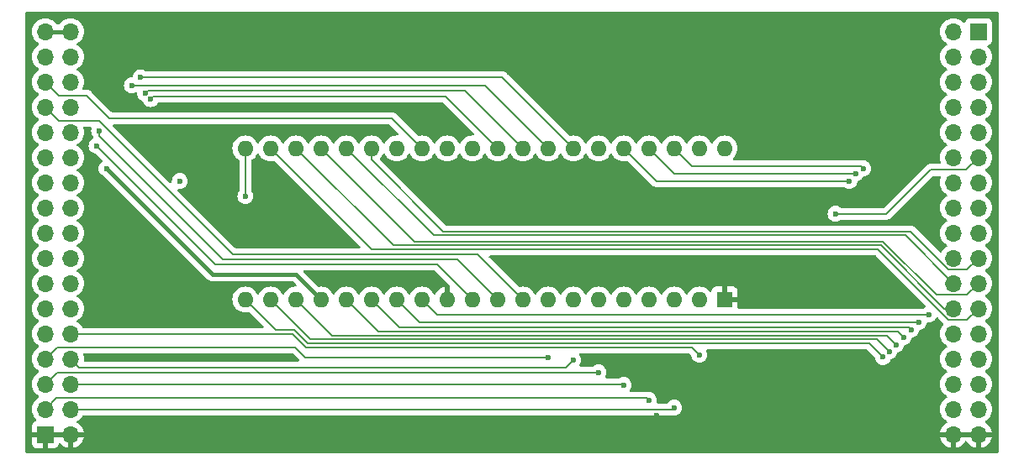
<source format=gbr>
%TF.GenerationSoftware,KiCad,Pcbnew,8.0.7-8.0.7-0~ubuntu22.04.1*%
%TF.CreationDate,2025-01-28T09:52:26+01:00*%
%TF.ProjectId,6847_v1,36383437-5f76-4312-9e6b-696361645f70,rev?*%
%TF.SameCoordinates,Original*%
%TF.FileFunction,Copper,L2,Bot*%
%TF.FilePolarity,Positive*%
%FSLAX46Y46*%
G04 Gerber Fmt 4.6, Leading zero omitted, Abs format (unit mm)*
G04 Created by KiCad (PCBNEW 8.0.7-8.0.7-0~ubuntu22.04.1) date 2025-01-28 09:52:26*
%MOMM*%
%LPD*%
G01*
G04 APERTURE LIST*
%TA.AperFunction,ComponentPad*%
%ADD10R,1.700000X1.700000*%
%TD*%
%TA.AperFunction,ComponentPad*%
%ADD11O,1.700000X1.700000*%
%TD*%
%TA.AperFunction,ComponentPad*%
%ADD12R,1.600000X1.600000*%
%TD*%
%TA.AperFunction,ComponentPad*%
%ADD13O,1.600000X1.600000*%
%TD*%
%TA.AperFunction,ViaPad*%
%ADD14C,0.600000*%
%TD*%
%TA.AperFunction,Conductor*%
%ADD15C,0.400000*%
%TD*%
%TA.AperFunction,Conductor*%
%ADD16C,0.200000*%
%TD*%
G04 APERTURE END LIST*
D10*
%TO.P,J3,1,Pin_1*%
%TO.N,unconnected-(J3-Pin_1-Pad1)*%
X147000000Y-69000000D03*
D11*
%TO.P,J3,2,Pin_2*%
%TO.N,unconnected-(J3-Pin_2-Pad2)*%
X144460000Y-69000000D03*
%TO.P,J3,3,Pin_3*%
%TO.N,unconnected-(J3-Pin_3-Pad3)*%
X147000000Y-71540000D03*
%TO.P,J3,4,Pin_4*%
%TO.N,unconnected-(J3-Pin_4-Pad4)*%
X144460000Y-71540000D03*
%TO.P,J3,5,Pin_5*%
%TO.N,/VA18*%
X147000000Y-74080000D03*
%TO.P,J3,6,Pin_6*%
%TO.N,unconnected-(J3-Pin_6-Pad6)*%
X144460000Y-74080000D03*
%TO.P,J3,7,Pin_7*%
%TO.N,/VA16*%
X147000000Y-76620000D03*
%TO.P,J3,8,Pin_8*%
%TO.N,/VA17*%
X144460000Y-76620000D03*
%TO.P,J3,9,Pin_9*%
%TO.N,/VA14*%
X147000000Y-79160000D03*
%TO.P,J3,10,Pin_10*%
%TO.N,/VA15*%
X144460000Y-79160000D03*
%TO.P,J3,11,Pin_11*%
%TO.N,/VA12*%
X147000000Y-81700000D03*
%TO.P,J3,12,Pin_12*%
%TO.N,/VA13*%
X144460000Y-81700000D03*
%TO.P,J3,13,Pin_13*%
%TO.N,/VA10*%
X147000000Y-84240000D03*
%TO.P,J3,14,Pin_14*%
%TO.N,/VA11*%
X144460000Y-84240000D03*
%TO.P,J3,15,Pin_15*%
%TO.N,/VA8*%
X147000000Y-86780000D03*
%TO.P,J3,16,Pin_16*%
%TO.N,/VA9*%
X144460000Y-86780000D03*
%TO.P,J3,17,Pin_17*%
%TO.N,/VA6*%
X147000000Y-89320000D03*
%TO.P,J3,18,Pin_18*%
%TO.N,/VA7*%
X144460000Y-89320000D03*
%TO.P,J3,19,Pin_19*%
%TO.N,/VA4*%
X147000000Y-91860000D03*
%TO.P,J3,20,Pin_20*%
%TO.N,/VA5*%
X144460000Y-91860000D03*
%TO.P,J3,21,Pin_21*%
%TO.N,/VA2*%
X147000000Y-94400000D03*
%TO.P,J3,22,Pin_22*%
%TO.N,/VA3*%
X144460000Y-94400000D03*
%TO.P,J3,23,Pin_23*%
%TO.N,/VA0*%
X147000000Y-96940000D03*
%TO.P,J3,24,Pin_24*%
%TO.N,/VA1*%
X144460000Y-96940000D03*
%TO.P,J3,25,Pin_25*%
%TO.N,/In0*%
X147000000Y-99480000D03*
%TO.P,J3,26,Pin_26*%
%TO.N,/In1*%
X144460000Y-99480000D03*
%TO.P,J3,27,Pin_27*%
%TO.N,/In2*%
X147000000Y-102020000D03*
%TO.P,J3,28,Pin_28*%
%TO.N,/DE*%
X144460000Y-102020000D03*
%TO.P,J3,29,Pin_29*%
%TO.N,/HS*%
X147000000Y-104560000D03*
%TO.P,J3,30,Pin_30*%
%TO.N,/CRSR*%
X144460000Y-104560000D03*
%TO.P,J3,31,Pin_31*%
%TO.N,/VS*%
X147000000Y-107100000D03*
%TO.P,J3,32,Pin_32*%
%TO.N,/~{RP}*%
X144460000Y-107100000D03*
%TO.P,J3,33,Pin_33*%
%TO.N,GND*%
X147000000Y-109640000D03*
%TO.P,J3,34,Pin_34*%
X144460000Y-109640000D03*
%TD*%
D10*
%TO.P,J1,1,Pin_1*%
%TO.N,GND*%
X53000000Y-109640000D03*
D11*
%TO.P,J1,2,Pin_2*%
X55540000Y-109640000D03*
%TO.P,J1,3,Pin_3*%
%TO.N,/D1*%
X53000000Y-107100000D03*
%TO.P,J1,4,Pin_4*%
%TO.N,/D0*%
X55540000Y-107100000D03*
%TO.P,J1,5,Pin_5*%
%TO.N,/D3*%
X53000000Y-104560000D03*
%TO.P,J1,6,Pin_6*%
%TO.N,/D2*%
X55540000Y-104560000D03*
%TO.P,J1,7,Pin_7*%
%TO.N,/D5*%
X53000000Y-102020000D03*
%TO.P,J1,8,Pin_8*%
%TO.N,/D4*%
X55540000Y-102020000D03*
%TO.P,J1,9,Pin_9*%
%TO.N,/D7*%
X53000000Y-99480000D03*
%TO.P,J1,10,Pin_10*%
%TO.N,/D6*%
X55540000Y-99480000D03*
%TO.P,J1,11,Pin_11*%
%TO.N,/Out1*%
X53000000Y-96940000D03*
%TO.P,J1,12,Pin_12*%
%TO.N,/Out0*%
X55540000Y-96940000D03*
%TO.P,J1,13,Pin_13*%
%TO.N,/Out3*%
X53000000Y-94400000D03*
%TO.P,J1,14,Pin_14*%
%TO.N,/Out2*%
X55540000Y-94400000D03*
%TO.P,J1,15,Pin_15*%
%TO.N,/Out5*%
X53000000Y-91860000D03*
%TO.P,J1,16,Pin_16*%
%TO.N,/Out4*%
X55540000Y-91860000D03*
%TO.P,J1,17,Pin_17*%
%TO.N,/Out7*%
X53000000Y-89320000D03*
%TO.P,J1,18,Pin_18*%
%TO.N,/Out6*%
X55540000Y-89320000D03*
%TO.P,J1,19,Pin_19*%
%TO.N,/~{CS}*%
X53000000Y-86780000D03*
%TO.P,J1,20,Pin_20*%
%TO.N,/VCLK*%
X55540000Y-86780000D03*
%TO.P,J1,21,Pin_21*%
%TO.N,/A1#*%
X53000000Y-84240000D03*
%TO.P,J1,22,Pin_22*%
%TO.N,/R{slash}~{W}*%
X55540000Y-84240000D03*
%TO.P,J1,23,Pin_23*%
%TO.N,/~{RD}*%
X53000000Y-81700000D03*
%TO.P,J1,24,Pin_24*%
%TO.N,/A0#*%
X55540000Y-81700000D03*
%TO.P,J1,25,Pin_25*%
%TO.N,/~{RST}*%
X53000000Y-79160000D03*
%TO.P,J1,26,Pin_26*%
%TO.N,/~{WR}*%
X55540000Y-79160000D03*
%TO.P,J1,27,Pin_27*%
%TO.N,/CH0*%
X53000000Y-76620000D03*
%TO.P,J1,28,Pin_28*%
%TO.N,/PHI2*%
X55540000Y-76620000D03*
%TO.P,J1,29,Pin_29*%
%TO.N,/Y*%
X53000000Y-74080000D03*
%TO.P,J1,30,Pin_30*%
%TO.N,/A*%
X55540000Y-74080000D03*
%TO.P,J1,31,Pin_31*%
%TO.N,/B*%
X53000000Y-71540000D03*
%TO.P,J1,32,Pin_32*%
%TO.N,unconnected-(J1-Pin_32-Pad32)*%
X55540000Y-71540000D03*
%TO.P,J1,33,Pin_33*%
%TO.N,+5V*%
X53000000Y-69000000D03*
%TO.P,J1,34,Pin_34*%
X55540000Y-69000000D03*
%TD*%
D12*
%TO.P,U2,1,GND*%
%TO.N,GND*%
X121412000Y-96012000D03*
D13*
%TO.P,U2,2,D6*%
%TO.N,/D6*%
X118872000Y-96012000D03*
%TO.P,U2,3,D0*%
%TO.N,/D0*%
X116332000Y-96012000D03*
%TO.P,U2,4,D1*%
%TO.N,/D1*%
X113792000Y-96012000D03*
%TO.P,U2,5,D2*%
%TO.N,/D2*%
X111252000Y-96012000D03*
%TO.P,U2,6,D3*%
%TO.N,/D3*%
X108712000Y-96012000D03*
%TO.P,U2,7,D4*%
%TO.N,/D4*%
X106172000Y-96012000D03*
%TO.P,U2,8,D5*%
%TO.N,/D5*%
X103632000Y-96012000D03*
%TO.P,U2,9,CH0*%
%TO.N,/CH0*%
X101092000Y-96012000D03*
%TO.P,U2,10,B*%
%TO.N,/B*%
X98552000Y-96012000D03*
%TO.P,U2,11,A*%
%TO.N,/A*%
X96012000Y-96012000D03*
%TO.P,U2,12,MS*%
%TO.N,GND*%
X93472000Y-96012000D03*
%TO.P,U2,13,VA5*%
%TO.N,/VA5*%
X90932000Y-96012000D03*
%TO.P,U2,14,VA6*%
%TO.N,/VA6*%
X88392000Y-96012000D03*
%TO.P,U2,15,VA7*%
%TO.N,/VA7*%
X85852000Y-96012000D03*
%TO.P,U2,16,VA8*%
%TO.N,/VA8*%
X83312000Y-96012000D03*
%TO.P,U2,17,VCC*%
%TO.N,+5V*%
X80772000Y-96012000D03*
%TO.P,U2,18,VA9*%
%TO.N,/VA9*%
X78232000Y-96012000D03*
%TO.P,U2,19,VA10*%
%TO.N,/VA10*%
X75692000Y-96012000D03*
%TO.P,U2,20,VA11*%
%TO.N,/VA11*%
X73152000Y-96012000D03*
%TO.P,U2,21,VA12*%
%TO.N,/VA12*%
X73152000Y-80772000D03*
%TO.P,U2,22,VA0*%
%TO.N,/VA0*%
X75692000Y-80772000D03*
%TO.P,U2,23,VA1*%
%TO.N,/VA1*%
X78232000Y-80772000D03*
%TO.P,U2,24,VA2*%
%TO.N,/VA2*%
X80772000Y-80772000D03*
%TO.P,U2,25,VA3*%
%TO.N,/VA3*%
X83312000Y-80772000D03*
%TO.P,U2,26,VA4*%
%TO.N,/VA4*%
X85852000Y-80772000D03*
%TO.P,U2,27,GM2*%
%TO.N,/Out4*%
X88392000Y-80772000D03*
%TO.P,U2,28,Y*%
%TO.N,/Y*%
X90932000Y-80772000D03*
%TO.P,U2,29,GM1*%
%TO.N,/Out3*%
X93472000Y-80772000D03*
%TO.P,U2,30,GM0*%
%TO.N,/Out2*%
X96012000Y-80772000D03*
%TO.P,U2,31,INT/EXT*%
%TO.N,/Out5*%
X98552000Y-80772000D03*
%TO.P,U2,32,INV*%
%TO.N,/Out6*%
X101092000Y-80772000D03*
%TO.P,U2,33,CLK*%
%TO.N,/VCLK*%
X103632000Y-80772000D03*
%TO.P,U2,34,A/~{S}*%
%TO.N,/Out7*%
X106172000Y-80772000D03*
%TO.P,U2,35,A/G*%
%TO.N,/Out1*%
X108712000Y-80772000D03*
%TO.P,U2,36,~{RP}*%
%TO.N,/~{RP}*%
X111252000Y-80772000D03*
%TO.P,U2,37,FS*%
%TO.N,/VS*%
X113792000Y-80772000D03*
%TO.P,U2,38,HS*%
%TO.N,/HS*%
X116332000Y-80772000D03*
%TO.P,U2,39,CSS*%
%TO.N,/Out0*%
X118872000Y-80772000D03*
%TO.P,U2,40,D7*%
%TO.N,/D7*%
X121412000Y-80772000D03*
%TD*%
D14*
%TO.N,GND*%
X71882000Y-101854000D03*
X59182000Y-101854000D03*
%TO.N,*%
X66548000Y-84074000D03*
%TO.N,GND*%
X58928000Y-90932000D03*
X61468000Y-88138000D03*
X78740000Y-87122000D03*
X73660000Y-89154000D03*
X70866000Y-79502000D03*
X65278000Y-79502000D03*
X62738000Y-69342000D03*
X78232000Y-70612000D03*
X92710000Y-70104000D03*
X140716000Y-104902000D03*
X140970000Y-101346000D03*
X135382000Y-106934000D03*
X129032000Y-102870000D03*
X124714000Y-107442000D03*
X119126000Y-103886000D03*
X95758000Y-87122000D03*
X112522000Y-86868000D03*
X120650000Y-87122000D03*
%TO.N,+5V*%
X59170000Y-82804000D03*
%TO.N,/VA12*%
X132588000Y-87376000D03*
X73152000Y-85598000D03*
%TO.N,/A*%
X58166000Y-80518000D03*
%TO.N,/B*%
X58420000Y-78994000D03*
%TO.N,/D6*%
X118872000Y-101600000D03*
%TO.N,/D5*%
X103632000Y-101854000D03*
%TO.N,/D4*%
X106172000Y-102108000D03*
%TO.N,/D3*%
X108712000Y-103378000D03*
%TO.N,/D2*%
X111252000Y-104648000D03*
%TO.N,/D1*%
X113792000Y-106172000D03*
%TO.N,/D0*%
X116332000Y-106934000D03*
%TO.N,/HS*%
X135382000Y-82804000D03*
%TO.N,/VS*%
X134620000Y-83312000D03*
%TO.N,/~{RP}*%
X133970000Y-84074000D03*
%TO.N,/Out7*%
X62613891Y-73605068D03*
%TO.N,/VCLK*%
X61722000Y-74422000D03*
%TO.N,/Out6*%
X63072584Y-75238535D03*
%TO.N,/Out5*%
X63627000Y-75819000D03*
%TO.N,/VA11*%
X137363319Y-101829369D03*
%TO.N,/VA10*%
X138006124Y-101273216D03*
%TO.N,/VA9*%
X138684000Y-100584000D03*
%TO.N,/VA8*%
X139446000Y-99822000D03*
%TO.N,/VA7*%
X140208000Y-99060000D03*
%TO.N,/VA6*%
X140970000Y-98298000D03*
%TO.N,/VA5*%
X141986000Y-97536000D03*
%TO.N,GND*%
X114554000Y-107750000D03*
X68580000Y-96520000D03*
X107950000Y-71374000D03*
X75438000Y-110236000D03*
X127254000Y-70612000D03*
X139192000Y-80264000D03*
X91948000Y-110236000D03*
X116332000Y-71120000D03*
X128270000Y-80264000D03*
X138684000Y-70358000D03*
%TD*%
D15*
%TO.N,+5V*%
X69838000Y-93472000D02*
X59170000Y-82804000D01*
X78232000Y-93472000D02*
X69838000Y-93472000D01*
X80772000Y-96012000D02*
X78232000Y-93472000D01*
D16*
%TO.N,/A*%
X70104000Y-92456000D02*
X58166000Y-80518000D01*
X96012000Y-96012000D02*
X92456000Y-92456000D01*
X92456000Y-92456000D02*
X70104000Y-92456000D01*
%TO.N,/B*%
X58420000Y-79502000D02*
X58420000Y-78994000D01*
X94488000Y-91948000D02*
X70866000Y-91948000D01*
X70866000Y-91948000D02*
X58420000Y-79502000D01*
X98552000Y-96012000D02*
X94488000Y-91948000D01*
%TO.N,/CH0*%
X101092000Y-96012000D02*
X96520000Y-91440000D01*
X96520000Y-91440000D02*
X71882000Y-91440000D01*
X71882000Y-91440000D02*
X58420000Y-77978000D01*
X58420000Y-77978000D02*
X54358000Y-77978000D01*
X54358000Y-77978000D02*
X53000000Y-76620000D01*
%TO.N,/VA12*%
X73152000Y-80772000D02*
X73152000Y-85598000D01*
X137725686Y-87376000D02*
X138966843Y-86134843D01*
X138966843Y-86134843D02*
X142151685Y-82950000D01*
X132588000Y-87376000D02*
X137725686Y-87376000D01*
D15*
%TO.N,+5V*%
X55540000Y-69000000D02*
X53000000Y-69000000D01*
D16*
%TO.N,/D6*%
X55540000Y-99480000D02*
X77890000Y-99480000D01*
%TO.N,/D5*%
X54182000Y-100838000D02*
X78174314Y-100838000D01*
X53000000Y-102020000D02*
X54182000Y-100838000D01*
X78174314Y-100838000D02*
X79190314Y-101854000D01*
%TO.N,/VA11*%
X73152000Y-96012000D02*
X76220000Y-99080000D01*
X135971950Y-100438000D02*
X137363319Y-101829369D01*
X79413686Y-100438000D02*
X135971950Y-100438000D01*
X76220000Y-99080000D02*
X78055686Y-99080000D01*
X78055686Y-99080000D02*
X79413686Y-100438000D01*
%TO.N,/D5*%
X79190314Y-101854000D02*
X103632000Y-101854000D01*
%TO.N,/D6*%
X118110000Y-100838000D02*
X118872000Y-101600000D01*
X77890000Y-99480000D02*
X79248000Y-100838000D01*
X79248000Y-100838000D02*
X118110000Y-100838000D01*
%TO.N,/D4*%
X55540000Y-102020000D02*
X56390000Y-102870000D01*
%TO.N,/VA9*%
X138684000Y-100584000D02*
X137738000Y-99638000D01*
%TO.N,/VA8*%
X138862000Y-99238000D02*
X86538000Y-99238000D01*
%TO.N,/VA9*%
X137738000Y-99638000D02*
X81858000Y-99638000D01*
%TO.N,/VA10*%
X75692000Y-96012000D02*
X79718000Y-100038000D01*
X79718000Y-100038000D02*
X136770908Y-100038000D01*
%TO.N,/VA9*%
X81858000Y-99638000D02*
X78232000Y-96012000D01*
%TO.N,/VA8*%
X139446000Y-99822000D02*
X138862000Y-99238000D01*
%TO.N,/VA7*%
X140208000Y-99060000D02*
X139986000Y-98838000D01*
%TO.N,/VA8*%
X86538000Y-99238000D02*
X83312000Y-96012000D01*
%TO.N,/D4*%
X105410000Y-102870000D02*
X106172000Y-102108000D01*
%TO.N,/VA7*%
X88678000Y-98838000D02*
X85852000Y-96012000D01*
X139986000Y-98838000D02*
X88678000Y-98838000D01*
%TO.N,/D4*%
X56390000Y-102870000D02*
X105410000Y-102870000D01*
%TO.N,/VA10*%
X136770908Y-100038000D02*
X138006124Y-101273216D01*
%TO.N,/D3*%
X53000000Y-104560000D02*
X54182000Y-103378000D01*
X54182000Y-103378000D02*
X108712000Y-103378000D01*
%TO.N,/D2*%
X55540000Y-104560000D02*
X111164000Y-104560000D01*
X111164000Y-104560000D02*
X111252000Y-104648000D01*
%TO.N,/D1*%
X53000000Y-107100000D02*
X54150000Y-105950000D01*
X54150000Y-105950000D02*
X113570000Y-105950000D01*
X113570000Y-105950000D02*
X113792000Y-106172000D01*
%TO.N,/D0*%
X55540000Y-107100000D02*
X116166000Y-107100000D01*
X116166000Y-107100000D02*
X116332000Y-106934000D01*
%TO.N,/HS*%
X116332000Y-80772000D02*
X118110000Y-82550000D01*
X118110000Y-82550000D02*
X135128000Y-82550000D01*
X135128000Y-82550000D02*
X135382000Y-82804000D01*
%TO.N,/~{RP}*%
X114554000Y-84074000D02*
X133970000Y-84074000D01*
X111252000Y-80772000D02*
X114554000Y-84074000D01*
%TO.N,/VS*%
X113792000Y-80772000D02*
X116332000Y-83312000D01*
X116332000Y-83312000D02*
X134620000Y-83312000D01*
%TO.N,/VA12*%
X142151685Y-82950000D02*
X145750000Y-82950000D01*
X145750000Y-82950000D02*
X147000000Y-81700000D01*
%TO.N,/Out7*%
X99005068Y-73605068D02*
X62613891Y-73605068D01*
X106172000Y-80772000D02*
X99005068Y-73605068D01*
%TO.N,/VCLK*%
X97282000Y-74422000D02*
X61722000Y-74422000D01*
%TO.N,/Out6*%
X95250000Y-74930000D02*
X63381119Y-74930000D01*
X63381119Y-74930000D02*
X63072584Y-75238535D01*
X101092000Y-80772000D02*
X95250000Y-74930000D01*
%TO.N,/VCLK*%
X103632000Y-80772000D02*
X97282000Y-74422000D01*
%TO.N,/Out5*%
X63881000Y-75565000D02*
X63627000Y-75819000D01*
X93345000Y-75565000D02*
X63881000Y-75565000D01*
X98552000Y-80772000D02*
X93345000Y-75565000D01*
%TO.N,/Y*%
X90932000Y-80772000D02*
X87884000Y-77724000D01*
X87884000Y-77724000D02*
X59436000Y-77724000D01*
X59436000Y-77724000D02*
X57182000Y-75470000D01*
X57182000Y-75470000D02*
X54390000Y-75470000D01*
X54390000Y-75470000D02*
X53000000Y-74080000D01*
%TO.N,/VA4*%
X145850000Y-93010000D02*
X147000000Y-91860000D01*
X85852000Y-80772000D02*
X85852000Y-81903370D01*
X143983654Y-93010000D02*
X145850000Y-93010000D01*
X85852000Y-81903370D02*
X93102630Y-89154000D01*
X93102630Y-89154000D02*
X140127654Y-89154000D01*
X140127654Y-89154000D02*
X143983654Y-93010000D01*
%TO.N,/VA6*%
X140970000Y-98298000D02*
X90678000Y-98298000D01*
X90678000Y-98298000D02*
X88392000Y-96012000D01*
%TO.N,/VA5*%
X141986000Y-97536000D02*
X92456000Y-97536000D01*
X92456000Y-97536000D02*
X90932000Y-96012000D01*
%TO.N,/VA3*%
X92094000Y-89554000D02*
X83312000Y-80772000D01*
X139614000Y-89554000D02*
X92094000Y-89554000D01*
X144460000Y-94400000D02*
X139614000Y-89554000D01*
%TO.N,/VA1*%
X137190628Y-90570000D02*
X143560628Y-96940000D01*
X143560628Y-96940000D02*
X144460000Y-96940000D01*
%TO.N,/VA2*%
X80772000Y-80772000D02*
X90170000Y-90170000D01*
X137356314Y-90170000D02*
X142736314Y-95550000D01*
%TO.N,/VA1*%
X88030000Y-90570000D02*
X137190628Y-90570000D01*
%TO.N,/VA2*%
X90170000Y-90170000D02*
X137356314Y-90170000D01*
X142736314Y-95550000D02*
X145850000Y-95550000D01*
%TO.N,/VA1*%
X78232000Y-80772000D02*
X88030000Y-90570000D01*
%TO.N,/VA2*%
X145850000Y-95550000D02*
X147000000Y-94400000D01*
%TO.N,/VA0*%
X143983654Y-98090000D02*
X145850000Y-98090000D01*
X145850000Y-98090000D02*
X147000000Y-96940000D01*
X136863654Y-90970000D02*
X143983654Y-98090000D01*
X85890000Y-90970000D02*
X136863654Y-90970000D01*
X75692000Y-80772000D02*
X85890000Y-90970000D01*
%TD*%
%TA.AperFunction,Conductor*%
%TO.N,GND*%
G36*
X55074075Y-109447007D02*
G01*
X55040000Y-109574174D01*
X55040000Y-109705826D01*
X55074075Y-109832993D01*
X55106988Y-109890000D01*
X53433012Y-109890000D01*
X53465925Y-109832993D01*
X53500000Y-109705826D01*
X53500000Y-109574174D01*
X53465925Y-109447007D01*
X53433012Y-109390000D01*
X55106988Y-109390000D01*
X55074075Y-109447007D01*
G37*
%TD.AperFunction*%
%TA.AperFunction,Conductor*%
G36*
X146534075Y-109447007D02*
G01*
X146500000Y-109574174D01*
X146500000Y-109705826D01*
X146534075Y-109832993D01*
X146566988Y-109890000D01*
X144893012Y-109890000D01*
X144925925Y-109832993D01*
X144960000Y-109705826D01*
X144960000Y-109574174D01*
X144925925Y-109447007D01*
X144893012Y-109390000D01*
X146566988Y-109390000D01*
X146534075Y-109447007D01*
G37*
%TD.AperFunction*%
%TA.AperFunction,Conductor*%
G36*
X77941256Y-101458185D02*
G01*
X77961898Y-101474819D01*
X78544898Y-102057819D01*
X78578383Y-102119142D01*
X78573399Y-102188834D01*
X78531527Y-102244767D01*
X78466063Y-102269184D01*
X78457217Y-102269500D01*
X57009152Y-102269500D01*
X56942113Y-102249815D01*
X56896358Y-102197011D01*
X56885624Y-102134694D01*
X56895659Y-102020000D01*
X56875063Y-101784592D01*
X56838789Y-101649215D01*
X56824154Y-101594593D01*
X56825817Y-101524743D01*
X56864980Y-101466881D01*
X56929209Y-101439377D01*
X56943929Y-101438500D01*
X77874217Y-101438500D01*
X77941256Y-101458185D01*
G37*
%TD.AperFunction*%
%TA.AperFunction,Conductor*%
G36*
X57609574Y-78598185D02*
G01*
X57655329Y-78650989D01*
X57665273Y-78720147D01*
X57659577Y-78743454D01*
X57634632Y-78814742D01*
X57634630Y-78814750D01*
X57614435Y-78993996D01*
X57614435Y-78994003D01*
X57634630Y-79173249D01*
X57634631Y-79173254D01*
X57694211Y-79343523D01*
X57790182Y-79496259D01*
X57792441Y-79499091D01*
X57793330Y-79501268D01*
X57793889Y-79502158D01*
X57793733Y-79502255D01*
X57818854Y-79563776D01*
X57819499Y-79576410D01*
X57819499Y-79581056D01*
X57843803Y-79671760D01*
X57842140Y-79741610D01*
X57802977Y-79799472D01*
X57790001Y-79808846D01*
X57663740Y-79888182D01*
X57663737Y-79888184D01*
X57536184Y-80015737D01*
X57440211Y-80168476D01*
X57380631Y-80338745D01*
X57380630Y-80338750D01*
X57360435Y-80517996D01*
X57360435Y-80518003D01*
X57380630Y-80697249D01*
X57380631Y-80697254D01*
X57440211Y-80867523D01*
X57522627Y-80998686D01*
X57536184Y-81020262D01*
X57663738Y-81147816D01*
X57816478Y-81243789D01*
X57986745Y-81303368D01*
X58073669Y-81313161D01*
X58138080Y-81340226D01*
X58147465Y-81348700D01*
X58745225Y-81946461D01*
X58778710Y-82007784D01*
X58773726Y-82077476D01*
X58731854Y-82133409D01*
X58723517Y-82139135D01*
X58667739Y-82174182D01*
X58540184Y-82301737D01*
X58444211Y-82454476D01*
X58384631Y-82624745D01*
X58384630Y-82624750D01*
X58364435Y-82803996D01*
X58364435Y-82804003D01*
X58384630Y-82983249D01*
X58384631Y-82983254D01*
X58444211Y-83153523D01*
X58516416Y-83268435D01*
X58540184Y-83306262D01*
X58667738Y-83433816D01*
X58820478Y-83529789D01*
X58923984Y-83566007D01*
X58970710Y-83595367D01*
X69391451Y-94016109D01*
X69391454Y-94016111D01*
X69391457Y-94016114D01*
X69414161Y-94031284D01*
X69414162Y-94031285D01*
X69506178Y-94092768D01*
X69506182Y-94092770D01*
X69506189Y-94092775D01*
X69596332Y-94130113D01*
X69633671Y-94145580D01*
X69660591Y-94150934D01*
X69750937Y-94168905D01*
X69769006Y-94172500D01*
X69769007Y-94172500D01*
X77890481Y-94172500D01*
X77957520Y-94192185D01*
X77978162Y-94208819D01*
X78268222Y-94498879D01*
X78301707Y-94560202D01*
X78296723Y-94629894D01*
X78254851Y-94685827D01*
X78191349Y-94710088D01*
X78005312Y-94726364D01*
X78005302Y-94726366D01*
X77785511Y-94785258D01*
X77785502Y-94785261D01*
X77579267Y-94881431D01*
X77579265Y-94881432D01*
X77392858Y-95011954D01*
X77231954Y-95172858D01*
X77101432Y-95359265D01*
X77101431Y-95359267D01*
X77074382Y-95417275D01*
X77028209Y-95469714D01*
X76961016Y-95488866D01*
X76894135Y-95468650D01*
X76849618Y-95417275D01*
X76822568Y-95359267D01*
X76822567Y-95359265D01*
X76761045Y-95271402D01*
X76692047Y-95172861D01*
X76692045Y-95172858D01*
X76531141Y-95011954D01*
X76344734Y-94881432D01*
X76344732Y-94881431D01*
X76138497Y-94785261D01*
X76138488Y-94785258D01*
X75918697Y-94726366D01*
X75918693Y-94726365D01*
X75918692Y-94726365D01*
X75918691Y-94726364D01*
X75918686Y-94726364D01*
X75692002Y-94706532D01*
X75691998Y-94706532D01*
X75465313Y-94726364D01*
X75465302Y-94726366D01*
X75245511Y-94785258D01*
X75245502Y-94785261D01*
X75039267Y-94881431D01*
X75039265Y-94881432D01*
X74852858Y-95011954D01*
X74691954Y-95172858D01*
X74561432Y-95359265D01*
X74561431Y-95359267D01*
X74534382Y-95417275D01*
X74488209Y-95469714D01*
X74421016Y-95488866D01*
X74354135Y-95468650D01*
X74309618Y-95417275D01*
X74282568Y-95359267D01*
X74282567Y-95359265D01*
X74221045Y-95271402D01*
X74152047Y-95172861D01*
X74152045Y-95172858D01*
X73991141Y-95011954D01*
X73804734Y-94881432D01*
X73804732Y-94881431D01*
X73598497Y-94785261D01*
X73598488Y-94785258D01*
X73378697Y-94726366D01*
X73378693Y-94726365D01*
X73378692Y-94726365D01*
X73378691Y-94726364D01*
X73378686Y-94726364D01*
X73152002Y-94706532D01*
X73151998Y-94706532D01*
X72925313Y-94726364D01*
X72925302Y-94726366D01*
X72705511Y-94785258D01*
X72705502Y-94785261D01*
X72499267Y-94881431D01*
X72499265Y-94881432D01*
X72312858Y-95011954D01*
X72151954Y-95172858D01*
X72021432Y-95359265D01*
X72021431Y-95359267D01*
X71925261Y-95565502D01*
X71925258Y-95565511D01*
X71866366Y-95785302D01*
X71866364Y-95785313D01*
X71846532Y-96011998D01*
X71846532Y-96012000D01*
X71866364Y-96238686D01*
X71866366Y-96238697D01*
X71925258Y-96458488D01*
X71925261Y-96458497D01*
X72021431Y-96664732D01*
X72021432Y-96664734D01*
X72151954Y-96851141D01*
X72312858Y-97012045D01*
X72312861Y-97012047D01*
X72499266Y-97142568D01*
X72705504Y-97238739D01*
X72925308Y-97297635D01*
X73067361Y-97310063D01*
X73151998Y-97317468D01*
X73152000Y-97317468D01*
X73152002Y-97317468D01*
X73208673Y-97312509D01*
X73378692Y-97297635D01*
X73474932Y-97271847D01*
X73544781Y-97273510D01*
X73594706Y-97303941D01*
X74958584Y-98667819D01*
X74992069Y-98729142D01*
X74987085Y-98798834D01*
X74945213Y-98854767D01*
X74879749Y-98879184D01*
X74870903Y-98879500D01*
X56829091Y-98879500D01*
X56762052Y-98859815D01*
X56716711Y-98807909D01*
X56714037Y-98802175D01*
X56714034Y-98802170D01*
X56714033Y-98802169D01*
X56635843Y-98690501D01*
X56578494Y-98608597D01*
X56411402Y-98441506D01*
X56411396Y-98441501D01*
X56225842Y-98311575D01*
X56182217Y-98256998D01*
X56175023Y-98187500D01*
X56206546Y-98125145D01*
X56225842Y-98108425D01*
X56343815Y-98025819D01*
X56411401Y-97978495D01*
X56578495Y-97811401D01*
X56714035Y-97617830D01*
X56813903Y-97403663D01*
X56875063Y-97175408D01*
X56895659Y-96940000D01*
X56893024Y-96909888D01*
X56875063Y-96704596D01*
X56875063Y-96704592D01*
X56813903Y-96476337D01*
X56714035Y-96262171D01*
X56713916Y-96262000D01*
X56578494Y-96068597D01*
X56411402Y-95901506D01*
X56411396Y-95901501D01*
X56225842Y-95771575D01*
X56182217Y-95716998D01*
X56175023Y-95647500D01*
X56206546Y-95585145D01*
X56225842Y-95568425D01*
X56276924Y-95532657D01*
X56411401Y-95438495D01*
X56578495Y-95271401D01*
X56714035Y-95077830D01*
X56813903Y-94863663D01*
X56875063Y-94635408D01*
X56895659Y-94400000D01*
X56875063Y-94164592D01*
X56813903Y-93936337D01*
X56714035Y-93722171D01*
X56708425Y-93714158D01*
X56578494Y-93528597D01*
X56411402Y-93361506D01*
X56411396Y-93361501D01*
X56225842Y-93231575D01*
X56182217Y-93176998D01*
X56175023Y-93107500D01*
X56206546Y-93045145D01*
X56225842Y-93028425D01*
X56248026Y-93012891D01*
X56411401Y-92898495D01*
X56578495Y-92731401D01*
X56714035Y-92537830D01*
X56813903Y-92323663D01*
X56875063Y-92095408D01*
X56895659Y-91860000D01*
X56875063Y-91624592D01*
X56813903Y-91396337D01*
X56714035Y-91182171D01*
X56708425Y-91174158D01*
X56578494Y-90988597D01*
X56411402Y-90821506D01*
X56411396Y-90821501D01*
X56225842Y-90691575D01*
X56182217Y-90636998D01*
X56175023Y-90567500D01*
X56206546Y-90505145D01*
X56225842Y-90488425D01*
X56395684Y-90369500D01*
X56411401Y-90358495D01*
X56578495Y-90191401D01*
X56714035Y-89997830D01*
X56813903Y-89783663D01*
X56875063Y-89555408D01*
X56895659Y-89320000D01*
X56875063Y-89084592D01*
X56813903Y-88856337D01*
X56714035Y-88642171D01*
X56708425Y-88634158D01*
X56578494Y-88448597D01*
X56411402Y-88281506D01*
X56411396Y-88281501D01*
X56225842Y-88151575D01*
X56182217Y-88096998D01*
X56175023Y-88027500D01*
X56206546Y-87965145D01*
X56225842Y-87948425D01*
X56326045Y-87878262D01*
X56411401Y-87818495D01*
X56578495Y-87651401D01*
X56714035Y-87457830D01*
X56813903Y-87243663D01*
X56875063Y-87015408D01*
X56895659Y-86780000D01*
X56875063Y-86544592D01*
X56815900Y-86323789D01*
X56813905Y-86316344D01*
X56813904Y-86316343D01*
X56813903Y-86316337D01*
X56714035Y-86102171D01*
X56712699Y-86100262D01*
X56578494Y-85908597D01*
X56411402Y-85741506D01*
X56411396Y-85741501D01*
X56225842Y-85611575D01*
X56182217Y-85556998D01*
X56175023Y-85487500D01*
X56206546Y-85425145D01*
X56225842Y-85408425D01*
X56248026Y-85392891D01*
X56411401Y-85278495D01*
X56578495Y-85111401D01*
X56714035Y-84917830D01*
X56813903Y-84703663D01*
X56875063Y-84475408D01*
X56895659Y-84240000D01*
X56875063Y-84004592D01*
X56813903Y-83776337D01*
X56714035Y-83562171D01*
X56708425Y-83554158D01*
X56578494Y-83368597D01*
X56411402Y-83201506D01*
X56411396Y-83201501D01*
X56225842Y-83071575D01*
X56182217Y-83016998D01*
X56175023Y-82947500D01*
X56206546Y-82885145D01*
X56225842Y-82868425D01*
X56317856Y-82803996D01*
X56411401Y-82738495D01*
X56578495Y-82571401D01*
X56714035Y-82377830D01*
X56813903Y-82163663D01*
X56875063Y-81935408D01*
X56895659Y-81700000D01*
X56875063Y-81464592D01*
X56813903Y-81236337D01*
X56714035Y-81022171D01*
X56712699Y-81020262D01*
X56578494Y-80828597D01*
X56411402Y-80661506D01*
X56411396Y-80661501D01*
X56225842Y-80531575D01*
X56182217Y-80476998D01*
X56175023Y-80407500D01*
X56206546Y-80345145D01*
X56225842Y-80328425D01*
X56276924Y-80292657D01*
X56411401Y-80198495D01*
X56578495Y-80031401D01*
X56714035Y-79837830D01*
X56813903Y-79623663D01*
X56875063Y-79395408D01*
X56895659Y-79160000D01*
X56875063Y-78924592D01*
X56824154Y-78734593D01*
X56825817Y-78664743D01*
X56864980Y-78606881D01*
X56929209Y-78579377D01*
X56943929Y-78578500D01*
X57542535Y-78578500D01*
X57609574Y-78598185D01*
G37*
%TD.AperFunction*%
%TA.AperFunction,Conductor*%
G36*
X136630596Y-91590185D02*
G01*
X136651238Y-91606819D01*
X141660500Y-96616082D01*
X141693985Y-96677405D01*
X141689001Y-96747097D01*
X141647129Y-96803030D01*
X141638791Y-96808756D01*
X141483742Y-96906180D01*
X141480903Y-96908445D01*
X141478720Y-96909336D01*
X141477842Y-96909888D01*
X141477745Y-96909734D01*
X141416217Y-96934855D01*
X141403588Y-96935500D01*
X122836000Y-96935500D01*
X122768961Y-96915815D01*
X122723206Y-96863011D01*
X122712000Y-96811500D01*
X122712000Y-96262000D01*
X121727686Y-96262000D01*
X121732080Y-96257606D01*
X121784741Y-96166394D01*
X121812000Y-96064661D01*
X121812000Y-95959339D01*
X121784741Y-95857606D01*
X121732080Y-95766394D01*
X121727686Y-95762000D01*
X122712000Y-95762000D01*
X122712000Y-95164172D01*
X122711999Y-95164155D01*
X122705598Y-95104627D01*
X122705596Y-95104620D01*
X122655354Y-94969913D01*
X122655350Y-94969906D01*
X122569190Y-94854812D01*
X122569187Y-94854809D01*
X122454093Y-94768649D01*
X122454086Y-94768645D01*
X122319379Y-94718403D01*
X122319372Y-94718401D01*
X122259844Y-94712000D01*
X121662000Y-94712000D01*
X121662000Y-95696314D01*
X121657606Y-95691920D01*
X121566394Y-95639259D01*
X121464661Y-95612000D01*
X121359339Y-95612000D01*
X121257606Y-95639259D01*
X121166394Y-95691920D01*
X121162000Y-95696314D01*
X121162000Y-94712000D01*
X120564155Y-94712000D01*
X120504627Y-94718401D01*
X120504620Y-94718403D01*
X120369913Y-94768645D01*
X120369906Y-94768649D01*
X120254812Y-94854809D01*
X120254809Y-94854812D01*
X120168649Y-94969906D01*
X120168645Y-94969913D01*
X120118403Y-95104620D01*
X120118401Y-95104626D01*
X120114574Y-95140221D01*
X120087835Y-95204772D01*
X120030441Y-95244618D01*
X119960616Y-95247110D01*
X119900528Y-95211456D01*
X119889710Y-95198086D01*
X119872045Y-95172858D01*
X119711141Y-95011954D01*
X119524734Y-94881432D01*
X119524732Y-94881431D01*
X119318497Y-94785261D01*
X119318488Y-94785258D01*
X119098697Y-94726366D01*
X119098693Y-94726365D01*
X119098692Y-94726365D01*
X119098691Y-94726364D01*
X119098686Y-94726364D01*
X118872002Y-94706532D01*
X118871998Y-94706532D01*
X118645313Y-94726364D01*
X118645302Y-94726366D01*
X118425511Y-94785258D01*
X118425502Y-94785261D01*
X118219267Y-94881431D01*
X118219265Y-94881432D01*
X118032858Y-95011954D01*
X117871954Y-95172858D01*
X117741432Y-95359265D01*
X117741431Y-95359267D01*
X117714382Y-95417275D01*
X117668209Y-95469714D01*
X117601016Y-95488866D01*
X117534135Y-95468650D01*
X117489618Y-95417275D01*
X117462568Y-95359267D01*
X117462567Y-95359265D01*
X117401045Y-95271402D01*
X117332047Y-95172861D01*
X117332045Y-95172858D01*
X117171141Y-95011954D01*
X116984734Y-94881432D01*
X116984732Y-94881431D01*
X116778497Y-94785261D01*
X116778488Y-94785258D01*
X116558697Y-94726366D01*
X116558693Y-94726365D01*
X116558692Y-94726365D01*
X116558691Y-94726364D01*
X116558686Y-94726364D01*
X116332002Y-94706532D01*
X116331998Y-94706532D01*
X116105313Y-94726364D01*
X116105302Y-94726366D01*
X115885511Y-94785258D01*
X115885502Y-94785261D01*
X115679267Y-94881431D01*
X115679265Y-94881432D01*
X115492858Y-95011954D01*
X115331954Y-95172858D01*
X115201432Y-95359265D01*
X115201431Y-95359267D01*
X115174382Y-95417275D01*
X115128209Y-95469714D01*
X115061016Y-95488866D01*
X114994135Y-95468650D01*
X114949618Y-95417275D01*
X114922568Y-95359267D01*
X114922567Y-95359265D01*
X114861045Y-95271402D01*
X114792047Y-95172861D01*
X114792045Y-95172858D01*
X114631141Y-95011954D01*
X114444734Y-94881432D01*
X114444732Y-94881431D01*
X114238497Y-94785261D01*
X114238488Y-94785258D01*
X114018697Y-94726366D01*
X114018693Y-94726365D01*
X114018692Y-94726365D01*
X114018691Y-94726364D01*
X114018686Y-94726364D01*
X113792002Y-94706532D01*
X113791998Y-94706532D01*
X113565313Y-94726364D01*
X113565302Y-94726366D01*
X113345511Y-94785258D01*
X113345502Y-94785261D01*
X113139267Y-94881431D01*
X113139265Y-94881432D01*
X112952858Y-95011954D01*
X112791954Y-95172858D01*
X112661432Y-95359265D01*
X112661431Y-95359267D01*
X112634382Y-95417275D01*
X112588209Y-95469714D01*
X112521016Y-95488866D01*
X112454135Y-95468650D01*
X112409618Y-95417275D01*
X112382568Y-95359267D01*
X112382567Y-95359265D01*
X112321045Y-95271402D01*
X112252047Y-95172861D01*
X112252045Y-95172858D01*
X112091141Y-95011954D01*
X111904734Y-94881432D01*
X111904732Y-94881431D01*
X111698497Y-94785261D01*
X111698488Y-94785258D01*
X111478697Y-94726366D01*
X111478693Y-94726365D01*
X111478692Y-94726365D01*
X111478691Y-94726364D01*
X111478686Y-94726364D01*
X111252002Y-94706532D01*
X111251998Y-94706532D01*
X111025313Y-94726364D01*
X111025302Y-94726366D01*
X110805511Y-94785258D01*
X110805502Y-94785261D01*
X110599267Y-94881431D01*
X110599265Y-94881432D01*
X110412858Y-95011954D01*
X110251954Y-95172858D01*
X110121432Y-95359265D01*
X110121431Y-95359267D01*
X110094382Y-95417275D01*
X110048209Y-95469714D01*
X109981016Y-95488866D01*
X109914135Y-95468650D01*
X109869618Y-95417275D01*
X109842568Y-95359267D01*
X109842567Y-95359265D01*
X109781045Y-95271402D01*
X109712047Y-95172861D01*
X109712045Y-95172858D01*
X109551141Y-95011954D01*
X109364734Y-94881432D01*
X109364732Y-94881431D01*
X109158497Y-94785261D01*
X109158488Y-94785258D01*
X108938697Y-94726366D01*
X108938693Y-94726365D01*
X108938692Y-94726365D01*
X108938691Y-94726364D01*
X108938686Y-94726364D01*
X108712002Y-94706532D01*
X108711998Y-94706532D01*
X108485313Y-94726364D01*
X108485302Y-94726366D01*
X108265511Y-94785258D01*
X108265502Y-94785261D01*
X108059267Y-94881431D01*
X108059265Y-94881432D01*
X107872858Y-95011954D01*
X107711954Y-95172858D01*
X107581432Y-95359265D01*
X107581431Y-95359267D01*
X107554382Y-95417275D01*
X107508209Y-95469714D01*
X107441016Y-95488866D01*
X107374135Y-95468650D01*
X107329618Y-95417275D01*
X107302568Y-95359267D01*
X107302567Y-95359265D01*
X107241045Y-95271402D01*
X107172047Y-95172861D01*
X107172045Y-95172858D01*
X107011141Y-95011954D01*
X106824734Y-94881432D01*
X106824732Y-94881431D01*
X106618497Y-94785261D01*
X106618488Y-94785258D01*
X106398697Y-94726366D01*
X106398693Y-94726365D01*
X106398692Y-94726365D01*
X106398691Y-94726364D01*
X106398686Y-94726364D01*
X106172002Y-94706532D01*
X106171998Y-94706532D01*
X105945313Y-94726364D01*
X105945302Y-94726366D01*
X105725511Y-94785258D01*
X105725502Y-94785261D01*
X105519267Y-94881431D01*
X105519265Y-94881432D01*
X105332858Y-95011954D01*
X105171954Y-95172858D01*
X105041432Y-95359265D01*
X105041431Y-95359267D01*
X105014382Y-95417275D01*
X104968209Y-95469714D01*
X104901016Y-95488866D01*
X104834135Y-95468650D01*
X104789618Y-95417275D01*
X104762568Y-95359267D01*
X104762567Y-95359265D01*
X104701045Y-95271402D01*
X104632047Y-95172861D01*
X104632045Y-95172858D01*
X104471141Y-95011954D01*
X104284734Y-94881432D01*
X104284732Y-94881431D01*
X104078497Y-94785261D01*
X104078488Y-94785258D01*
X103858697Y-94726366D01*
X103858693Y-94726365D01*
X103858692Y-94726365D01*
X103858691Y-94726364D01*
X103858686Y-94726364D01*
X103632002Y-94706532D01*
X103631998Y-94706532D01*
X103405313Y-94726364D01*
X103405302Y-94726366D01*
X103185511Y-94785258D01*
X103185502Y-94785261D01*
X102979267Y-94881431D01*
X102979265Y-94881432D01*
X102792858Y-95011954D01*
X102631954Y-95172858D01*
X102501432Y-95359265D01*
X102501431Y-95359267D01*
X102474382Y-95417275D01*
X102428209Y-95469714D01*
X102361016Y-95488866D01*
X102294135Y-95468650D01*
X102249618Y-95417275D01*
X102222568Y-95359267D01*
X102222567Y-95359265D01*
X102161045Y-95271402D01*
X102092047Y-95172861D01*
X102092045Y-95172858D01*
X101931141Y-95011954D01*
X101744734Y-94881432D01*
X101744732Y-94881431D01*
X101538497Y-94785261D01*
X101538488Y-94785258D01*
X101318697Y-94726366D01*
X101318693Y-94726365D01*
X101318692Y-94726365D01*
X101318691Y-94726364D01*
X101318686Y-94726364D01*
X101092002Y-94706532D01*
X101091998Y-94706532D01*
X100865313Y-94726364D01*
X100865302Y-94726366D01*
X100769067Y-94752152D01*
X100699217Y-94750489D01*
X100649293Y-94720058D01*
X97711416Y-91782181D01*
X97677931Y-91720858D01*
X97682915Y-91651166D01*
X97724787Y-91595233D01*
X97790251Y-91570816D01*
X97799097Y-91570500D01*
X136563557Y-91570500D01*
X136630596Y-91590185D01*
G37*
%TD.AperFunction*%
%TA.AperFunction,Conductor*%
G36*
X92222942Y-93076185D02*
G01*
X92243584Y-93092819D01*
X93713621Y-94562856D01*
X93747106Y-94624179D01*
X93742122Y-94693871D01*
X93722000Y-94721086D01*
X93722000Y-95696314D01*
X93717606Y-95691920D01*
X93626394Y-95639259D01*
X93524661Y-95612000D01*
X93419339Y-95612000D01*
X93317606Y-95639259D01*
X93226394Y-95691920D01*
X93222000Y-95696314D01*
X93222000Y-94733127D01*
X93025671Y-94785734D01*
X92819517Y-94881865D01*
X92633179Y-95012342D01*
X92472342Y-95173179D01*
X92341867Y-95359515D01*
X92314657Y-95417867D01*
X92268484Y-95470306D01*
X92201290Y-95489457D01*
X92134409Y-95469241D01*
X92089893Y-95417865D01*
X92062570Y-95359271D01*
X92062567Y-95359265D01*
X92001045Y-95271402D01*
X91932047Y-95172861D01*
X91932045Y-95172858D01*
X91771141Y-95011954D01*
X91584734Y-94881432D01*
X91584732Y-94881431D01*
X91378497Y-94785261D01*
X91378488Y-94785258D01*
X91158697Y-94726366D01*
X91158693Y-94726365D01*
X91158692Y-94726365D01*
X91158691Y-94726364D01*
X91158686Y-94726364D01*
X90932002Y-94706532D01*
X90931998Y-94706532D01*
X90705313Y-94726364D01*
X90705302Y-94726366D01*
X90485511Y-94785258D01*
X90485502Y-94785261D01*
X90279267Y-94881431D01*
X90279265Y-94881432D01*
X90092858Y-95011954D01*
X89931954Y-95172858D01*
X89801432Y-95359265D01*
X89801431Y-95359267D01*
X89774382Y-95417275D01*
X89728209Y-95469714D01*
X89661016Y-95488866D01*
X89594135Y-95468650D01*
X89549618Y-95417275D01*
X89522568Y-95359267D01*
X89522567Y-95359265D01*
X89461045Y-95271402D01*
X89392047Y-95172861D01*
X89392045Y-95172858D01*
X89231141Y-95011954D01*
X89044734Y-94881432D01*
X89044732Y-94881431D01*
X88838497Y-94785261D01*
X88838488Y-94785258D01*
X88618697Y-94726366D01*
X88618693Y-94726365D01*
X88618692Y-94726365D01*
X88618691Y-94726364D01*
X88618686Y-94726364D01*
X88392002Y-94706532D01*
X88391998Y-94706532D01*
X88165313Y-94726364D01*
X88165302Y-94726366D01*
X87945511Y-94785258D01*
X87945502Y-94785261D01*
X87739267Y-94881431D01*
X87739265Y-94881432D01*
X87552858Y-95011954D01*
X87391954Y-95172858D01*
X87261432Y-95359265D01*
X87261431Y-95359267D01*
X87234382Y-95417275D01*
X87188209Y-95469714D01*
X87121016Y-95488866D01*
X87054135Y-95468650D01*
X87009618Y-95417275D01*
X86982568Y-95359267D01*
X86982567Y-95359265D01*
X86921045Y-95271402D01*
X86852047Y-95172861D01*
X86852045Y-95172858D01*
X86691141Y-95011954D01*
X86504734Y-94881432D01*
X86504732Y-94881431D01*
X86298497Y-94785261D01*
X86298488Y-94785258D01*
X86078697Y-94726366D01*
X86078693Y-94726365D01*
X86078692Y-94726365D01*
X86078691Y-94726364D01*
X86078686Y-94726364D01*
X85852002Y-94706532D01*
X85851998Y-94706532D01*
X85625313Y-94726364D01*
X85625302Y-94726366D01*
X85405511Y-94785258D01*
X85405502Y-94785261D01*
X85199267Y-94881431D01*
X85199265Y-94881432D01*
X85012858Y-95011954D01*
X84851954Y-95172858D01*
X84721432Y-95359265D01*
X84721431Y-95359267D01*
X84694382Y-95417275D01*
X84648209Y-95469714D01*
X84581016Y-95488866D01*
X84514135Y-95468650D01*
X84469618Y-95417275D01*
X84442568Y-95359267D01*
X84442567Y-95359265D01*
X84381045Y-95271402D01*
X84312047Y-95172861D01*
X84312045Y-95172858D01*
X84151141Y-95011954D01*
X83964734Y-94881432D01*
X83964732Y-94881431D01*
X83758497Y-94785261D01*
X83758488Y-94785258D01*
X83538697Y-94726366D01*
X83538693Y-94726365D01*
X83538692Y-94726365D01*
X83538691Y-94726364D01*
X83538686Y-94726364D01*
X83312002Y-94706532D01*
X83311998Y-94706532D01*
X83085313Y-94726364D01*
X83085302Y-94726366D01*
X82865511Y-94785258D01*
X82865502Y-94785261D01*
X82659267Y-94881431D01*
X82659265Y-94881432D01*
X82472858Y-95011954D01*
X82311954Y-95172858D01*
X82181432Y-95359265D01*
X82181431Y-95359267D01*
X82154382Y-95417275D01*
X82108209Y-95469714D01*
X82041016Y-95488866D01*
X81974135Y-95468650D01*
X81929618Y-95417275D01*
X81902568Y-95359267D01*
X81902567Y-95359265D01*
X81841045Y-95271402D01*
X81772047Y-95172861D01*
X81772045Y-95172858D01*
X81611141Y-95011954D01*
X81424734Y-94881432D01*
X81424732Y-94881431D01*
X81218497Y-94785261D01*
X81218488Y-94785258D01*
X80998697Y-94726366D01*
X80998693Y-94726365D01*
X80998692Y-94726365D01*
X80998691Y-94726364D01*
X80998686Y-94726364D01*
X80772002Y-94706532D01*
X80771998Y-94706532D01*
X80540116Y-94726819D01*
X80471616Y-94713052D01*
X80441628Y-94690972D01*
X79018838Y-93268181D01*
X78985353Y-93206858D01*
X78990337Y-93137166D01*
X79032209Y-93081233D01*
X79097673Y-93056816D01*
X79106519Y-93056500D01*
X92155903Y-93056500D01*
X92222942Y-93076185D01*
G37*
%TD.AperFunction*%
%TA.AperFunction,Conductor*%
G36*
X87650942Y-78344185D02*
G01*
X87671584Y-78360819D01*
X88573336Y-79262571D01*
X88606821Y-79323894D01*
X88601837Y-79393586D01*
X88559965Y-79449519D01*
X88494501Y-79473936D01*
X88474848Y-79473780D01*
X88392002Y-79466532D01*
X88391998Y-79466532D01*
X88165313Y-79486364D01*
X88165302Y-79486366D01*
X87945511Y-79545258D01*
X87945502Y-79545261D01*
X87739267Y-79641431D01*
X87739265Y-79641432D01*
X87552858Y-79771954D01*
X87391954Y-79932858D01*
X87261432Y-80119265D01*
X87261431Y-80119267D01*
X87234382Y-80177275D01*
X87188209Y-80229714D01*
X87121016Y-80248866D01*
X87054135Y-80228650D01*
X87009618Y-80177275D01*
X86982568Y-80119267D01*
X86982567Y-80119265D01*
X86921045Y-80031402D01*
X86852047Y-79932861D01*
X86852045Y-79932858D01*
X86691141Y-79771954D01*
X86504734Y-79641432D01*
X86504732Y-79641431D01*
X86298497Y-79545261D01*
X86298488Y-79545258D01*
X86078697Y-79486366D01*
X86078693Y-79486365D01*
X86078692Y-79486365D01*
X86078691Y-79486364D01*
X86078686Y-79486364D01*
X85852002Y-79466532D01*
X85851998Y-79466532D01*
X85625313Y-79486364D01*
X85625302Y-79486366D01*
X85405511Y-79545258D01*
X85405502Y-79545261D01*
X85199267Y-79641431D01*
X85199265Y-79641432D01*
X85012858Y-79771954D01*
X84851954Y-79932858D01*
X84721432Y-80119265D01*
X84721431Y-80119267D01*
X84694382Y-80177275D01*
X84648209Y-80229714D01*
X84581016Y-80248866D01*
X84514135Y-80228650D01*
X84469618Y-80177275D01*
X84442568Y-80119267D01*
X84442567Y-80119265D01*
X84381045Y-80031402D01*
X84312047Y-79932861D01*
X84312045Y-79932858D01*
X84151141Y-79771954D01*
X83964734Y-79641432D01*
X83964732Y-79641431D01*
X83758497Y-79545261D01*
X83758488Y-79545258D01*
X83538697Y-79486366D01*
X83538693Y-79486365D01*
X83538692Y-79486365D01*
X83538691Y-79486364D01*
X83538686Y-79486364D01*
X83312002Y-79466532D01*
X83311998Y-79466532D01*
X83085313Y-79486364D01*
X83085302Y-79486366D01*
X82865511Y-79545258D01*
X82865502Y-79545261D01*
X82659267Y-79641431D01*
X82659265Y-79641432D01*
X82472858Y-79771954D01*
X82311954Y-79932858D01*
X82181432Y-80119265D01*
X82181431Y-80119267D01*
X82154382Y-80177275D01*
X82108209Y-80229714D01*
X82041016Y-80248866D01*
X81974135Y-80228650D01*
X81929618Y-80177275D01*
X81902568Y-80119267D01*
X81902567Y-80119265D01*
X81841045Y-80031402D01*
X81772047Y-79932861D01*
X81772045Y-79932858D01*
X81611141Y-79771954D01*
X81424734Y-79641432D01*
X81424732Y-79641431D01*
X81218497Y-79545261D01*
X81218488Y-79545258D01*
X80998697Y-79486366D01*
X80998693Y-79486365D01*
X80998692Y-79486365D01*
X80998691Y-79486364D01*
X80998686Y-79486364D01*
X80772002Y-79466532D01*
X80771998Y-79466532D01*
X80545313Y-79486364D01*
X80545302Y-79486366D01*
X80325511Y-79545258D01*
X80325502Y-79545261D01*
X80119267Y-79641431D01*
X80119265Y-79641432D01*
X79932858Y-79771954D01*
X79771954Y-79932858D01*
X79641432Y-80119265D01*
X79641431Y-80119267D01*
X79614382Y-80177275D01*
X79568209Y-80229714D01*
X79501016Y-80248866D01*
X79434135Y-80228650D01*
X79389618Y-80177275D01*
X79362568Y-80119267D01*
X79362567Y-80119265D01*
X79301045Y-80031402D01*
X79232047Y-79932861D01*
X79232045Y-79932858D01*
X79071141Y-79771954D01*
X78884734Y-79641432D01*
X78884732Y-79641431D01*
X78678497Y-79545261D01*
X78678488Y-79545258D01*
X78458697Y-79486366D01*
X78458693Y-79486365D01*
X78458692Y-79486365D01*
X78458691Y-79486364D01*
X78458686Y-79486364D01*
X78232002Y-79466532D01*
X78231998Y-79466532D01*
X78005313Y-79486364D01*
X78005302Y-79486366D01*
X77785511Y-79545258D01*
X77785502Y-79545261D01*
X77579267Y-79641431D01*
X77579265Y-79641432D01*
X77392858Y-79771954D01*
X77231954Y-79932858D01*
X77101432Y-80119265D01*
X77101431Y-80119267D01*
X77074382Y-80177275D01*
X77028209Y-80229714D01*
X76961016Y-80248866D01*
X76894135Y-80228650D01*
X76849618Y-80177275D01*
X76822568Y-80119267D01*
X76822567Y-80119265D01*
X76761045Y-80031402D01*
X76692047Y-79932861D01*
X76692045Y-79932858D01*
X76531141Y-79771954D01*
X76344734Y-79641432D01*
X76344732Y-79641431D01*
X76138497Y-79545261D01*
X76138488Y-79545258D01*
X75918697Y-79486366D01*
X75918693Y-79486365D01*
X75918692Y-79486365D01*
X75918691Y-79486364D01*
X75918686Y-79486364D01*
X75692002Y-79466532D01*
X75691998Y-79466532D01*
X75465313Y-79486364D01*
X75465302Y-79486366D01*
X75245511Y-79545258D01*
X75245502Y-79545261D01*
X75039267Y-79641431D01*
X75039265Y-79641432D01*
X74852858Y-79771954D01*
X74691954Y-79932858D01*
X74561432Y-80119265D01*
X74561431Y-80119267D01*
X74534382Y-80177275D01*
X74488209Y-80229714D01*
X74421016Y-80248866D01*
X74354135Y-80228650D01*
X74309618Y-80177275D01*
X74282568Y-80119267D01*
X74282567Y-80119265D01*
X74221045Y-80031402D01*
X74152047Y-79932861D01*
X74152045Y-79932858D01*
X73991141Y-79771954D01*
X73804734Y-79641432D01*
X73804732Y-79641431D01*
X73598497Y-79545261D01*
X73598488Y-79545258D01*
X73378697Y-79486366D01*
X73378693Y-79486365D01*
X73378692Y-79486365D01*
X73378691Y-79486364D01*
X73378686Y-79486364D01*
X73152002Y-79466532D01*
X73151998Y-79466532D01*
X72925313Y-79486364D01*
X72925302Y-79486366D01*
X72705511Y-79545258D01*
X72705502Y-79545261D01*
X72499267Y-79641431D01*
X72499265Y-79641432D01*
X72312858Y-79771954D01*
X72151954Y-79932858D01*
X72021432Y-80119265D01*
X72021431Y-80119267D01*
X71925261Y-80325502D01*
X71925258Y-80325511D01*
X71866366Y-80545302D01*
X71866364Y-80545313D01*
X71846532Y-80771998D01*
X71846532Y-80772001D01*
X71866364Y-80998686D01*
X71866366Y-80998697D01*
X71925258Y-81218488D01*
X71925261Y-81218497D01*
X72021431Y-81424732D01*
X72021432Y-81424734D01*
X72151954Y-81611141D01*
X72312858Y-81772045D01*
X72312861Y-81772047D01*
X72498624Y-81902118D01*
X72542248Y-81956693D01*
X72551500Y-82003692D01*
X72551500Y-85015587D01*
X72531815Y-85082626D01*
X72524450Y-85092896D01*
X72522186Y-85095734D01*
X72426211Y-85248476D01*
X72366631Y-85418745D01*
X72366630Y-85418750D01*
X72346435Y-85597996D01*
X72346435Y-85598003D01*
X72366630Y-85777249D01*
X72366631Y-85777254D01*
X72426211Y-85947523D01*
X72518349Y-86094158D01*
X72522184Y-86100262D01*
X72649738Y-86227816D01*
X72802478Y-86323789D01*
X72972745Y-86383368D01*
X72972750Y-86383369D01*
X73151996Y-86403565D01*
X73152000Y-86403565D01*
X73152004Y-86403565D01*
X73331249Y-86383369D01*
X73331252Y-86383368D01*
X73331255Y-86383368D01*
X73501522Y-86323789D01*
X73654262Y-86227816D01*
X73781816Y-86100262D01*
X73877789Y-85947522D01*
X73937368Y-85777255D01*
X73941396Y-85741505D01*
X73957565Y-85598003D01*
X73957565Y-85597996D01*
X73937369Y-85418750D01*
X73937368Y-85418745D01*
X73888292Y-85278495D01*
X73877789Y-85248478D01*
X73781816Y-85095738D01*
X73781814Y-85095736D01*
X73781813Y-85095734D01*
X73779550Y-85092896D01*
X73778659Y-85090715D01*
X73778111Y-85089842D01*
X73778264Y-85089745D01*
X73753144Y-85028209D01*
X73752500Y-85015587D01*
X73752500Y-82003692D01*
X73772185Y-81936653D01*
X73805374Y-81902119D01*
X73991139Y-81772047D01*
X74152047Y-81611139D01*
X74282568Y-81424734D01*
X74309618Y-81366724D01*
X74355790Y-81314285D01*
X74422983Y-81295133D01*
X74489865Y-81315348D01*
X74534382Y-81366725D01*
X74561429Y-81424728D01*
X74561432Y-81424734D01*
X74691954Y-81611141D01*
X74852858Y-81772045D01*
X74852861Y-81772047D01*
X75039266Y-81902568D01*
X75245504Y-81998739D01*
X75245509Y-81998740D01*
X75245511Y-81998741D01*
X75298415Y-82012916D01*
X75465308Y-82057635D01*
X75607361Y-82070063D01*
X75691998Y-82077468D01*
X75692000Y-82077468D01*
X75692002Y-82077468D01*
X75748673Y-82072509D01*
X75918692Y-82057635D01*
X76014932Y-82031847D01*
X76084781Y-82033510D01*
X76134706Y-82063941D01*
X84698584Y-90627819D01*
X84732069Y-90689142D01*
X84727085Y-90758834D01*
X84685213Y-90814767D01*
X84619749Y-90839184D01*
X84610903Y-90839500D01*
X72182097Y-90839500D01*
X72115058Y-90819815D01*
X72094416Y-90803181D01*
X66373481Y-85082246D01*
X66339996Y-85020923D01*
X66344980Y-84951231D01*
X66386852Y-84895298D01*
X66452316Y-84870881D01*
X66475044Y-84871344D01*
X66502350Y-84874421D01*
X66547998Y-84879565D01*
X66548000Y-84879565D01*
X66548004Y-84879565D01*
X66727249Y-84859369D01*
X66727252Y-84859368D01*
X66727255Y-84859368D01*
X66897522Y-84799789D01*
X67050262Y-84703816D01*
X67177816Y-84576262D01*
X67273789Y-84423522D01*
X67333368Y-84253255D01*
X67333902Y-84248518D01*
X67353565Y-84074003D01*
X67353565Y-84073996D01*
X67333369Y-83894750D01*
X67333368Y-83894745D01*
X67305206Y-83814262D01*
X67273789Y-83724478D01*
X67177816Y-83571738D01*
X67050262Y-83444184D01*
X67039117Y-83437181D01*
X66897523Y-83348211D01*
X66727254Y-83288631D01*
X66727249Y-83288630D01*
X66548004Y-83268435D01*
X66547996Y-83268435D01*
X66368750Y-83288630D01*
X66368745Y-83288631D01*
X66198476Y-83348211D01*
X66045737Y-83444184D01*
X65918184Y-83571737D01*
X65822211Y-83724476D01*
X65762631Y-83894745D01*
X65762630Y-83894750D01*
X65742435Y-84073996D01*
X65742435Y-84074004D01*
X65750654Y-84146954D01*
X65738599Y-84215776D01*
X65691250Y-84267155D01*
X65623639Y-84284779D01*
X65557234Y-84263052D01*
X65539753Y-84248518D01*
X59827416Y-78536181D01*
X59793931Y-78474858D01*
X59798915Y-78405166D01*
X59840787Y-78349233D01*
X59906251Y-78324816D01*
X59915097Y-78324500D01*
X87583903Y-78324500D01*
X87650942Y-78344185D01*
G37*
%TD.AperFunction*%
%TA.AperFunction,Conductor*%
G36*
X148942539Y-67020185D02*
G01*
X148988294Y-67072989D01*
X148999500Y-67124500D01*
X148999500Y-111375500D01*
X148979815Y-111442539D01*
X148927011Y-111488294D01*
X148875500Y-111499500D01*
X51124500Y-111499500D01*
X51057461Y-111479815D01*
X51011706Y-111427011D01*
X51000500Y-111375500D01*
X51000500Y-68999999D01*
X51644341Y-68999999D01*
X51644341Y-69000000D01*
X51664936Y-69235403D01*
X51664938Y-69235413D01*
X51726094Y-69463655D01*
X51726096Y-69463659D01*
X51726097Y-69463663D01*
X51810499Y-69644663D01*
X51825965Y-69677830D01*
X51825967Y-69677834D01*
X51961501Y-69871395D01*
X51961506Y-69871402D01*
X52128597Y-70038493D01*
X52128603Y-70038498D01*
X52314158Y-70168425D01*
X52357783Y-70223002D01*
X52364977Y-70292500D01*
X52333454Y-70354855D01*
X52314158Y-70371575D01*
X52128597Y-70501505D01*
X51961505Y-70668597D01*
X51825965Y-70862169D01*
X51825964Y-70862171D01*
X51726098Y-71076335D01*
X51726094Y-71076344D01*
X51664938Y-71304586D01*
X51664936Y-71304596D01*
X51644341Y-71539999D01*
X51644341Y-71540000D01*
X51664936Y-71775403D01*
X51664938Y-71775413D01*
X51726094Y-72003655D01*
X51726096Y-72003659D01*
X51726097Y-72003663D01*
X51730000Y-72012032D01*
X51825965Y-72217830D01*
X51825967Y-72217834D01*
X51934281Y-72372521D01*
X51961501Y-72411396D01*
X51961506Y-72411402D01*
X52128597Y-72578493D01*
X52128603Y-72578498D01*
X52314158Y-72708425D01*
X52357783Y-72763002D01*
X52364977Y-72832500D01*
X52333454Y-72894855D01*
X52314158Y-72911575D01*
X52128597Y-73041505D01*
X51961505Y-73208597D01*
X51825965Y-73402169D01*
X51825964Y-73402171D01*
X51746362Y-73572878D01*
X51727918Y-73612433D01*
X51726098Y-73616335D01*
X51726094Y-73616344D01*
X51664938Y-73844586D01*
X51664936Y-73844596D01*
X51644341Y-74079999D01*
X51644341Y-74080000D01*
X51664936Y-74315403D01*
X51664938Y-74315413D01*
X51726094Y-74543655D01*
X51726096Y-74543659D01*
X51726097Y-74543663D01*
X51820703Y-74746546D01*
X51825965Y-74757830D01*
X51825967Y-74757834D01*
X51904157Y-74869500D01*
X51961501Y-74951396D01*
X51961506Y-74951402D01*
X52128597Y-75118493D01*
X52128603Y-75118498D01*
X52314158Y-75248425D01*
X52357783Y-75303002D01*
X52364977Y-75372500D01*
X52333454Y-75434855D01*
X52314158Y-75451575D01*
X52128597Y-75581505D01*
X51961505Y-75748597D01*
X51825965Y-75942169D01*
X51825964Y-75942171D01*
X51726098Y-76156335D01*
X51726094Y-76156344D01*
X51664938Y-76384586D01*
X51664936Y-76384596D01*
X51644341Y-76619999D01*
X51644341Y-76620000D01*
X51664936Y-76855403D01*
X51664938Y-76855413D01*
X51726094Y-77083655D01*
X51726096Y-77083659D01*
X51726097Y-77083663D01*
X51763756Y-77164423D01*
X51825965Y-77297830D01*
X51825967Y-77297834D01*
X51934281Y-77452521D01*
X51961501Y-77491396D01*
X51961506Y-77491402D01*
X52128597Y-77658493D01*
X52128603Y-77658498D01*
X52314158Y-77788425D01*
X52357783Y-77843002D01*
X52364977Y-77912500D01*
X52333454Y-77974855D01*
X52314158Y-77991575D01*
X52128597Y-78121505D01*
X51961505Y-78288597D01*
X51825965Y-78482169D01*
X51825964Y-78482171D01*
X51726098Y-78696335D01*
X51726094Y-78696344D01*
X51664938Y-78924586D01*
X51664936Y-78924596D01*
X51644341Y-79159999D01*
X51644341Y-79160000D01*
X51664936Y-79395403D01*
X51664938Y-79395413D01*
X51726094Y-79623655D01*
X51726096Y-79623659D01*
X51726097Y-79623663D01*
X51820703Y-79826546D01*
X51825965Y-79837830D01*
X51825967Y-79837834D01*
X51861223Y-79888184D01*
X51961501Y-80031396D01*
X51961506Y-80031402D01*
X52128597Y-80198493D01*
X52128603Y-80198498D01*
X52314158Y-80328425D01*
X52357783Y-80383002D01*
X52364977Y-80452500D01*
X52333454Y-80514855D01*
X52314158Y-80531575D01*
X52128597Y-80661505D01*
X51961505Y-80828597D01*
X51825965Y-81022169D01*
X51825964Y-81022171D01*
X51726098Y-81236335D01*
X51726094Y-81236344D01*
X51664938Y-81464586D01*
X51664936Y-81464596D01*
X51644341Y-81699999D01*
X51644341Y-81700000D01*
X51664936Y-81935403D01*
X51664938Y-81935413D01*
X51726094Y-82163655D01*
X51726096Y-82163659D01*
X51726097Y-82163663D01*
X51816464Y-82357456D01*
X51825965Y-82377830D01*
X51825967Y-82377834D01*
X51911383Y-82499819D01*
X51961501Y-82571396D01*
X51961506Y-82571402D01*
X52128597Y-82738493D01*
X52128603Y-82738498D01*
X52314158Y-82868425D01*
X52357783Y-82923002D01*
X52364977Y-82992500D01*
X52333454Y-83054855D01*
X52314158Y-83071575D01*
X52128597Y-83201505D01*
X51961505Y-83368597D01*
X51825965Y-83562169D01*
X51825964Y-83562171D01*
X51726098Y-83776335D01*
X51726094Y-83776344D01*
X51664938Y-84004586D01*
X51664936Y-84004596D01*
X51644341Y-84239999D01*
X51644341Y-84240000D01*
X51664936Y-84475403D01*
X51664938Y-84475413D01*
X51726094Y-84703655D01*
X51726096Y-84703659D01*
X51726097Y-84703663D01*
X51798704Y-84859368D01*
X51825965Y-84917830D01*
X51825967Y-84917834D01*
X51903253Y-85028209D01*
X51961501Y-85111396D01*
X51961506Y-85111402D01*
X52128597Y-85278493D01*
X52128603Y-85278498D01*
X52314158Y-85408425D01*
X52357783Y-85463002D01*
X52364977Y-85532500D01*
X52333454Y-85594855D01*
X52314158Y-85611575D01*
X52128597Y-85741505D01*
X51961505Y-85908597D01*
X51825965Y-86102169D01*
X51825964Y-86102171D01*
X51726098Y-86316335D01*
X51726094Y-86316344D01*
X51664938Y-86544586D01*
X51664936Y-86544596D01*
X51644341Y-86779999D01*
X51644341Y-86780000D01*
X51664936Y-87015403D01*
X51664938Y-87015413D01*
X51726094Y-87243655D01*
X51726096Y-87243659D01*
X51726097Y-87243663D01*
X51806004Y-87415023D01*
X51825965Y-87457830D01*
X51825967Y-87457834D01*
X51934281Y-87612521D01*
X51961501Y-87651396D01*
X51961506Y-87651402D01*
X52128597Y-87818493D01*
X52128603Y-87818498D01*
X52314158Y-87948425D01*
X52357783Y-88003002D01*
X52364977Y-88072500D01*
X52333454Y-88134855D01*
X52314158Y-88151575D01*
X52128597Y-88281505D01*
X51961505Y-88448597D01*
X51825965Y-88642169D01*
X51825964Y-88642171D01*
X51726098Y-88856335D01*
X51726094Y-88856344D01*
X51664938Y-89084586D01*
X51664936Y-89084596D01*
X51644341Y-89319999D01*
X51644341Y-89320000D01*
X51664936Y-89555403D01*
X51664938Y-89555413D01*
X51726094Y-89783655D01*
X51726096Y-89783659D01*
X51726097Y-89783663D01*
X51820703Y-89986546D01*
X51825965Y-89997830D01*
X51825967Y-89997834D01*
X51934281Y-90152521D01*
X51961501Y-90191396D01*
X51961506Y-90191402D01*
X52128597Y-90358493D01*
X52128603Y-90358498D01*
X52314158Y-90488425D01*
X52357783Y-90543002D01*
X52364977Y-90612500D01*
X52333454Y-90674855D01*
X52314158Y-90691575D01*
X52128597Y-90821505D01*
X51961505Y-90988597D01*
X51825965Y-91182169D01*
X51825964Y-91182171D01*
X51726098Y-91396335D01*
X51726094Y-91396344D01*
X51664938Y-91624586D01*
X51664936Y-91624596D01*
X51644341Y-91859999D01*
X51644341Y-91860000D01*
X51664936Y-92095403D01*
X51664938Y-92095413D01*
X51726094Y-92323655D01*
X51726096Y-92323659D01*
X51726097Y-92323663D01*
X51730000Y-92332032D01*
X51825965Y-92537830D01*
X51825967Y-92537834D01*
X51850754Y-92573233D01*
X51961501Y-92731396D01*
X51961506Y-92731402D01*
X52128597Y-92898493D01*
X52128603Y-92898498D01*
X52314158Y-93028425D01*
X52357783Y-93083002D01*
X52364977Y-93152500D01*
X52333454Y-93214855D01*
X52314158Y-93231575D01*
X52128597Y-93361505D01*
X51961505Y-93528597D01*
X51825965Y-93722169D01*
X51825964Y-93722171D01*
X51726098Y-93936335D01*
X51726094Y-93936344D01*
X51664938Y-94164586D01*
X51664936Y-94164596D01*
X51644341Y-94399999D01*
X51644341Y-94400000D01*
X51664936Y-94635403D01*
X51664938Y-94635413D01*
X51726094Y-94863655D01*
X51726096Y-94863659D01*
X51726097Y-94863663D01*
X51806004Y-95035023D01*
X51825965Y-95077830D01*
X51825967Y-95077834D01*
X51886410Y-95164155D01*
X51961501Y-95271396D01*
X51961506Y-95271402D01*
X52128597Y-95438493D01*
X52128603Y-95438498D01*
X52314158Y-95568425D01*
X52357783Y-95623002D01*
X52364977Y-95692500D01*
X52333454Y-95754855D01*
X52314158Y-95771575D01*
X52128597Y-95901505D01*
X51961505Y-96068597D01*
X51825965Y-96262169D01*
X51825964Y-96262171D01*
X51726098Y-96476335D01*
X51726094Y-96476344D01*
X51664938Y-96704586D01*
X51664936Y-96704596D01*
X51644341Y-96939999D01*
X51644341Y-96940000D01*
X51664936Y-97175403D01*
X51664938Y-97175413D01*
X51726094Y-97403655D01*
X51726096Y-97403659D01*
X51726097Y-97403663D01*
X51764407Y-97485819D01*
X51825965Y-97617830D01*
X51825967Y-97617834D01*
X51934281Y-97772521D01*
X51961501Y-97811396D01*
X51961506Y-97811402D01*
X52128597Y-97978493D01*
X52128603Y-97978498D01*
X52314158Y-98108425D01*
X52357783Y-98163002D01*
X52364977Y-98232500D01*
X52333454Y-98294855D01*
X52314158Y-98311575D01*
X52128597Y-98441505D01*
X51961505Y-98608597D01*
X51825965Y-98802169D01*
X51825964Y-98802171D01*
X51726098Y-99016335D01*
X51726094Y-99016344D01*
X51664938Y-99244586D01*
X51664936Y-99244596D01*
X51644341Y-99479999D01*
X51644341Y-99480000D01*
X51664936Y-99715403D01*
X51664938Y-99715413D01*
X51726094Y-99943655D01*
X51726096Y-99943659D01*
X51726097Y-99943663D01*
X51806004Y-100115023D01*
X51825965Y-100157830D01*
X51825967Y-100157834D01*
X51934281Y-100312521D01*
X51961501Y-100351396D01*
X51961506Y-100351402D01*
X52128597Y-100518493D01*
X52128603Y-100518498D01*
X52314158Y-100648425D01*
X52357783Y-100703002D01*
X52364977Y-100772500D01*
X52333454Y-100834855D01*
X52314158Y-100851575D01*
X52128597Y-100981505D01*
X51961505Y-101148597D01*
X51825965Y-101342169D01*
X51825964Y-101342171D01*
X51726098Y-101556335D01*
X51726094Y-101556344D01*
X51664938Y-101784586D01*
X51664936Y-101784596D01*
X51644341Y-102019999D01*
X51644341Y-102020000D01*
X51664936Y-102255403D01*
X51664938Y-102255413D01*
X51726094Y-102483655D01*
X51726096Y-102483659D01*
X51726097Y-102483663D01*
X51806004Y-102655023D01*
X51825965Y-102697830D01*
X51825967Y-102697834D01*
X51934281Y-102852521D01*
X51961501Y-102891396D01*
X51961506Y-102891402D01*
X52128597Y-103058493D01*
X52128603Y-103058498D01*
X52314158Y-103188425D01*
X52357783Y-103243002D01*
X52364977Y-103312500D01*
X52333454Y-103374855D01*
X52314158Y-103391575D01*
X52128597Y-103521505D01*
X51961505Y-103688597D01*
X51825965Y-103882169D01*
X51825964Y-103882171D01*
X51726098Y-104096335D01*
X51726094Y-104096344D01*
X51664938Y-104324586D01*
X51664936Y-104324596D01*
X51644341Y-104559999D01*
X51644341Y-104560000D01*
X51664936Y-104795403D01*
X51664938Y-104795413D01*
X51726094Y-105023655D01*
X51726096Y-105023659D01*
X51726097Y-105023663D01*
X51820703Y-105226546D01*
X51825965Y-105237830D01*
X51825967Y-105237834D01*
X51904157Y-105349500D01*
X51961501Y-105431396D01*
X51961506Y-105431402D01*
X52128597Y-105598493D01*
X52128603Y-105598498D01*
X52314158Y-105728425D01*
X52357783Y-105783002D01*
X52364977Y-105852500D01*
X52333454Y-105914855D01*
X52314158Y-105931575D01*
X52128597Y-106061505D01*
X51961505Y-106228597D01*
X51825965Y-106422169D01*
X51825964Y-106422171D01*
X51726098Y-106636335D01*
X51726094Y-106636344D01*
X51664938Y-106864586D01*
X51664936Y-106864596D01*
X51644341Y-107099999D01*
X51644341Y-107100000D01*
X51664936Y-107335403D01*
X51664938Y-107335413D01*
X51726094Y-107563655D01*
X51726096Y-107563659D01*
X51726097Y-107563663D01*
X51798703Y-107719366D01*
X51825965Y-107777830D01*
X51825967Y-107777834D01*
X51934281Y-107932521D01*
X51961501Y-107971396D01*
X51961506Y-107971402D01*
X52083818Y-108093714D01*
X52117303Y-108155037D01*
X52112319Y-108224729D01*
X52070447Y-108280662D01*
X52039471Y-108297577D01*
X51907912Y-108346646D01*
X51907906Y-108346649D01*
X51792812Y-108432809D01*
X51792809Y-108432812D01*
X51706649Y-108547906D01*
X51706645Y-108547913D01*
X51656403Y-108682620D01*
X51656401Y-108682627D01*
X51650000Y-108742155D01*
X51650000Y-109390000D01*
X52566988Y-109390000D01*
X52534075Y-109447007D01*
X52500000Y-109574174D01*
X52500000Y-109705826D01*
X52534075Y-109832993D01*
X52566988Y-109890000D01*
X51650000Y-109890000D01*
X51650000Y-110537844D01*
X51656401Y-110597372D01*
X51656403Y-110597379D01*
X51706645Y-110732086D01*
X51706649Y-110732093D01*
X51792809Y-110847187D01*
X51792812Y-110847190D01*
X51907906Y-110933350D01*
X51907913Y-110933354D01*
X52042620Y-110983596D01*
X52042627Y-110983598D01*
X52102155Y-110989999D01*
X52102172Y-110990000D01*
X52750000Y-110990000D01*
X52750000Y-110073012D01*
X52807007Y-110105925D01*
X52934174Y-110140000D01*
X53065826Y-110140000D01*
X53192993Y-110105925D01*
X53250000Y-110073012D01*
X53250000Y-110990000D01*
X53897828Y-110990000D01*
X53897844Y-110989999D01*
X53957372Y-110983598D01*
X53957379Y-110983596D01*
X54092086Y-110933354D01*
X54092093Y-110933350D01*
X54207187Y-110847190D01*
X54207190Y-110847187D01*
X54293350Y-110732093D01*
X54293354Y-110732086D01*
X54342614Y-110600013D01*
X54384485Y-110544079D01*
X54449949Y-110519662D01*
X54518222Y-110534513D01*
X54546477Y-110555665D01*
X54668917Y-110678105D01*
X54862421Y-110813600D01*
X55076507Y-110913429D01*
X55076516Y-110913433D01*
X55290000Y-110970634D01*
X55290000Y-110073012D01*
X55347007Y-110105925D01*
X55474174Y-110140000D01*
X55605826Y-110140000D01*
X55732993Y-110105925D01*
X55790000Y-110073012D01*
X55790000Y-110970633D01*
X56003483Y-110913433D01*
X56003492Y-110913429D01*
X56217578Y-110813600D01*
X56411082Y-110678105D01*
X56578105Y-110511082D01*
X56713600Y-110317578D01*
X56813429Y-110103492D01*
X56813432Y-110103486D01*
X56870636Y-109890000D01*
X55973012Y-109890000D01*
X56005925Y-109832993D01*
X56040000Y-109705826D01*
X56040000Y-109574174D01*
X56005925Y-109447007D01*
X55973012Y-109390000D01*
X56870636Y-109390000D01*
X56870635Y-109389999D01*
X56813432Y-109176513D01*
X56813429Y-109176507D01*
X56713600Y-108962422D01*
X56713599Y-108962420D01*
X56578113Y-108768926D01*
X56578108Y-108768920D01*
X56411078Y-108601890D01*
X56225405Y-108471879D01*
X56181780Y-108417302D01*
X56174588Y-108347804D01*
X56206110Y-108285449D01*
X56225406Y-108268730D01*
X56337500Y-108190241D01*
X56411401Y-108138495D01*
X56578495Y-107971401D01*
X56714035Y-107777830D01*
X56716707Y-107772097D01*
X56762878Y-107719658D01*
X56829091Y-107700500D01*
X116077754Y-107700500D01*
X116118709Y-107707459D01*
X116152737Y-107719366D01*
X116152743Y-107719367D01*
X116152745Y-107719368D01*
X116152746Y-107719368D01*
X116152750Y-107719369D01*
X116331996Y-107739565D01*
X116332000Y-107739565D01*
X116332004Y-107739565D01*
X116511249Y-107719369D01*
X116511252Y-107719368D01*
X116511255Y-107719368D01*
X116681522Y-107659789D01*
X116834262Y-107563816D01*
X116961816Y-107436262D01*
X117057789Y-107283522D01*
X117117368Y-107113255D01*
X117117369Y-107113249D01*
X117137565Y-106934003D01*
X117137565Y-106933996D01*
X117117369Y-106754750D01*
X117117368Y-106754745D01*
X117057789Y-106584478D01*
X116961816Y-106431738D01*
X116834262Y-106304184D01*
X116681523Y-106208211D01*
X116511254Y-106148631D01*
X116511249Y-106148630D01*
X116332004Y-106128435D01*
X116331996Y-106128435D01*
X116152750Y-106148630D01*
X116152745Y-106148631D01*
X115982476Y-106208211D01*
X115829737Y-106304184D01*
X115702183Y-106431738D01*
X115696066Y-106441474D01*
X115643730Y-106487764D01*
X115591073Y-106499500D01*
X114699023Y-106499500D01*
X114631984Y-106479815D01*
X114586229Y-106427011D01*
X114576285Y-106357853D01*
X114577149Y-106353198D01*
X114597565Y-106172003D01*
X114597565Y-106171996D01*
X114577369Y-105992750D01*
X114577368Y-105992745D01*
X114517788Y-105822476D01*
X114469197Y-105745145D01*
X114421816Y-105669738D01*
X114294262Y-105542184D01*
X114141523Y-105446211D01*
X113971254Y-105386631D01*
X113971249Y-105386630D01*
X113792004Y-105366435D01*
X113791999Y-105366435D01*
X113759173Y-105370132D01*
X113713203Y-105366686D01*
X113649058Y-105349499D01*
X113649057Y-105349499D01*
X113490943Y-105349499D01*
X113483347Y-105349499D01*
X113483331Y-105349500D01*
X111980417Y-105349500D01*
X111913378Y-105329815D01*
X111867623Y-105277011D01*
X111857679Y-105207853D01*
X111879617Y-105157104D01*
X111878111Y-105156158D01*
X111961363Y-105023664D01*
X111977789Y-104997522D01*
X112037368Y-104827255D01*
X112040956Y-104795413D01*
X112057565Y-104648003D01*
X112057565Y-104647996D01*
X112037369Y-104468750D01*
X112037368Y-104468745D01*
X111986928Y-104324596D01*
X111977789Y-104298478D01*
X111881816Y-104145738D01*
X111754262Y-104018184D01*
X111601523Y-103922211D01*
X111431254Y-103862631D01*
X111431249Y-103862630D01*
X111252004Y-103842435D01*
X111251996Y-103842435D01*
X111072750Y-103862630D01*
X111072745Y-103862631D01*
X110902475Y-103922211D01*
X110873382Y-103940493D01*
X110807409Y-103959500D01*
X109516389Y-103959500D01*
X109449350Y-103939815D01*
X109403595Y-103887011D01*
X109393651Y-103817853D01*
X109411395Y-103769528D01*
X109437788Y-103727523D01*
X109437789Y-103727522D01*
X109497368Y-103557255D01*
X109501396Y-103521505D01*
X109517565Y-103378003D01*
X109517565Y-103377996D01*
X109497369Y-103198750D01*
X109497368Y-103198745D01*
X109448292Y-103058495D01*
X109437789Y-103028478D01*
X109341816Y-102875738D01*
X109214262Y-102748184D01*
X109061523Y-102652211D01*
X108891254Y-102592631D01*
X108891249Y-102592630D01*
X108712004Y-102572435D01*
X108711996Y-102572435D01*
X108532750Y-102592630D01*
X108532745Y-102592631D01*
X108362476Y-102652211D01*
X108209736Y-102748185D01*
X108206903Y-102750445D01*
X108204724Y-102751334D01*
X108203842Y-102751889D01*
X108203744Y-102751734D01*
X108142217Y-102776855D01*
X108129588Y-102777500D01*
X106921095Y-102777500D01*
X106854056Y-102757815D01*
X106808301Y-102705011D01*
X106798357Y-102635853D01*
X106816101Y-102587528D01*
X106881363Y-102483664D01*
X106897789Y-102457522D01*
X106957368Y-102287255D01*
X106957369Y-102287249D01*
X106977565Y-102108003D01*
X106977565Y-102107996D01*
X106957369Y-101928750D01*
X106957368Y-101928745D01*
X106931215Y-101854003D01*
X106897789Y-101758478D01*
X106897788Y-101758476D01*
X106816101Y-101628472D01*
X106797101Y-101561235D01*
X106817469Y-101494400D01*
X106870737Y-101449186D01*
X106921095Y-101438500D01*
X117809903Y-101438500D01*
X117876942Y-101458185D01*
X117897584Y-101474819D01*
X118041298Y-101618533D01*
X118074783Y-101679856D01*
X118076837Y-101692330D01*
X118086630Y-101779249D01*
X118086631Y-101779254D01*
X118086632Y-101779255D01*
X118088501Y-101784596D01*
X118146210Y-101949521D01*
X118214739Y-102058584D01*
X118242184Y-102102262D01*
X118369738Y-102229816D01*
X118522478Y-102325789D01*
X118692745Y-102385368D01*
X118692750Y-102385369D01*
X118871996Y-102405565D01*
X118872000Y-102405565D01*
X118872004Y-102405565D01*
X119051249Y-102385369D01*
X119051252Y-102385368D01*
X119051255Y-102385368D01*
X119221522Y-102325789D01*
X119374262Y-102229816D01*
X119501816Y-102102262D01*
X119597789Y-101949522D01*
X119657368Y-101779255D01*
X119659709Y-101758478D01*
X119677565Y-101600003D01*
X119677565Y-101599996D01*
X119657369Y-101420750D01*
X119657368Y-101420745D01*
X119597788Y-101250476D01*
X119583962Y-101228472D01*
X119564962Y-101161235D01*
X119585330Y-101094400D01*
X119638598Y-101049186D01*
X119688956Y-101038500D01*
X135671853Y-101038500D01*
X135738892Y-101058185D01*
X135759534Y-101074819D01*
X136532617Y-101847902D01*
X136566102Y-101909225D01*
X136568156Y-101921699D01*
X136577949Y-102008618D01*
X136637529Y-102178890D01*
X136685606Y-102255403D01*
X136733503Y-102331631D01*
X136861057Y-102459185D01*
X137013797Y-102555158D01*
X137120886Y-102592630D01*
X137184064Y-102614737D01*
X137184069Y-102614738D01*
X137363315Y-102634934D01*
X137363319Y-102634934D01*
X137363323Y-102634934D01*
X137542568Y-102614738D01*
X137542571Y-102614737D01*
X137542574Y-102614737D01*
X137712841Y-102555158D01*
X137865581Y-102459185D01*
X137993135Y-102331631D01*
X138089108Y-102178891D01*
X138103923Y-102136550D01*
X138144644Y-102079774D01*
X138180011Y-102060462D01*
X138185377Y-102058584D01*
X138185379Y-102058584D01*
X138355646Y-101999005D01*
X138508386Y-101903032D01*
X138635940Y-101775478D01*
X138731913Y-101622738D01*
X138791492Y-101452471D01*
X138791492Y-101452470D01*
X138793792Y-101445898D01*
X138795999Y-101446670D01*
X138824709Y-101395307D01*
X138870562Y-101366811D01*
X139033522Y-101309789D01*
X139186262Y-101213816D01*
X139313816Y-101086262D01*
X139409789Y-100933522D01*
X139469368Y-100763255D01*
X139469369Y-100763249D01*
X139474082Y-100721420D01*
X139501148Y-100657005D01*
X139558742Y-100617450D01*
X139583420Y-100612082D01*
X139625249Y-100607369D01*
X139625252Y-100607368D01*
X139625255Y-100607368D01*
X139795522Y-100547789D01*
X139948262Y-100451816D01*
X140075816Y-100324262D01*
X140171789Y-100171522D01*
X140231368Y-100001255D01*
X140231369Y-100001249D01*
X140236082Y-99959420D01*
X140263148Y-99895005D01*
X140320742Y-99855450D01*
X140345420Y-99850082D01*
X140387249Y-99845369D01*
X140387252Y-99845368D01*
X140387255Y-99845368D01*
X140557522Y-99785789D01*
X140710262Y-99689816D01*
X140837816Y-99562262D01*
X140933789Y-99409522D01*
X140993368Y-99239255D01*
X140994882Y-99225819D01*
X140998082Y-99197420D01*
X141025148Y-99133005D01*
X141082742Y-99093450D01*
X141107420Y-99088082D01*
X141149249Y-99083369D01*
X141149252Y-99083368D01*
X141149255Y-99083368D01*
X141319522Y-99023789D01*
X141472262Y-98927816D01*
X141599816Y-98800262D01*
X141695789Y-98647522D01*
X141755368Y-98477255D01*
X141759472Y-98440825D01*
X141786536Y-98376414D01*
X141844130Y-98336858D01*
X141896574Y-98331489D01*
X141955190Y-98338093D01*
X141985998Y-98341565D01*
X141986000Y-98341565D01*
X141986004Y-98341565D01*
X142165249Y-98321369D01*
X142165252Y-98321368D01*
X142165255Y-98321368D01*
X142335522Y-98261789D01*
X142488262Y-98165816D01*
X142615816Y-98038262D01*
X142711789Y-97885522D01*
X142711790Y-97885518D01*
X142713242Y-97883208D01*
X142765576Y-97836917D01*
X142834630Y-97826268D01*
X142898478Y-97854643D01*
X142905917Y-97861499D01*
X143449579Y-98405160D01*
X143483064Y-98466483D01*
X143478080Y-98536174D01*
X143449582Y-98580519D01*
X143421506Y-98608596D01*
X143285965Y-98802169D01*
X143285964Y-98802171D01*
X143186098Y-99016335D01*
X143186094Y-99016344D01*
X143124938Y-99244586D01*
X143124936Y-99244596D01*
X143104341Y-99479999D01*
X143104341Y-99480000D01*
X143124936Y-99715403D01*
X143124938Y-99715413D01*
X143186094Y-99943655D01*
X143186096Y-99943659D01*
X143186097Y-99943663D01*
X143266004Y-100115023D01*
X143285965Y-100157830D01*
X143285967Y-100157834D01*
X143394281Y-100312521D01*
X143421501Y-100351396D01*
X143421506Y-100351402D01*
X143588597Y-100518493D01*
X143588603Y-100518498D01*
X143774158Y-100648425D01*
X143817783Y-100703002D01*
X143824977Y-100772500D01*
X143793454Y-100834855D01*
X143774158Y-100851575D01*
X143588597Y-100981505D01*
X143421505Y-101148597D01*
X143285965Y-101342169D01*
X143285964Y-101342171D01*
X143186098Y-101556335D01*
X143186094Y-101556344D01*
X143124938Y-101784586D01*
X143124936Y-101784596D01*
X143104341Y-102019999D01*
X143104341Y-102020000D01*
X143124936Y-102255403D01*
X143124938Y-102255413D01*
X143186094Y-102483655D01*
X143186096Y-102483659D01*
X143186097Y-102483663D01*
X143266004Y-102655023D01*
X143285965Y-102697830D01*
X143285967Y-102697834D01*
X143394281Y-102852521D01*
X143421501Y-102891396D01*
X143421506Y-102891402D01*
X143588597Y-103058493D01*
X143588603Y-103058498D01*
X143774158Y-103188425D01*
X143817783Y-103243002D01*
X143824977Y-103312500D01*
X143793454Y-103374855D01*
X143774158Y-103391575D01*
X143588597Y-103521505D01*
X143421505Y-103688597D01*
X143285965Y-103882169D01*
X143285964Y-103882171D01*
X143186098Y-104096335D01*
X143186094Y-104096344D01*
X143124938Y-104324586D01*
X143124936Y-104324596D01*
X143104341Y-104559999D01*
X143104341Y-104560000D01*
X143124936Y-104795403D01*
X143124938Y-104795413D01*
X143186094Y-105023655D01*
X143186096Y-105023659D01*
X143186097Y-105023663D01*
X143280703Y-105226546D01*
X143285965Y-105237830D01*
X143285967Y-105237834D01*
X143364157Y-105349500D01*
X143421501Y-105431396D01*
X143421506Y-105431402D01*
X143588597Y-105598493D01*
X143588603Y-105598498D01*
X143774158Y-105728425D01*
X143817783Y-105783002D01*
X143824977Y-105852500D01*
X143793454Y-105914855D01*
X143774158Y-105931575D01*
X143588597Y-106061505D01*
X143421505Y-106228597D01*
X143285965Y-106422169D01*
X143285964Y-106422171D01*
X143186098Y-106636335D01*
X143186094Y-106636344D01*
X143124938Y-106864586D01*
X143124936Y-106864596D01*
X143104341Y-107099999D01*
X143104341Y-107100000D01*
X143124936Y-107335403D01*
X143124938Y-107335413D01*
X143186094Y-107563655D01*
X143186096Y-107563659D01*
X143186097Y-107563663D01*
X143258703Y-107719366D01*
X143285965Y-107777830D01*
X143285967Y-107777834D01*
X143394281Y-107932521D01*
X143421501Y-107971396D01*
X143421506Y-107971402D01*
X143588597Y-108138493D01*
X143588603Y-108138498D01*
X143774594Y-108268730D01*
X143818219Y-108323307D01*
X143825413Y-108392805D01*
X143793890Y-108455160D01*
X143774595Y-108471880D01*
X143588922Y-108601890D01*
X143588920Y-108601891D01*
X143421891Y-108768920D01*
X143421886Y-108768926D01*
X143286400Y-108962420D01*
X143286399Y-108962422D01*
X143186570Y-109176507D01*
X143186567Y-109176513D01*
X143129364Y-109389999D01*
X143129364Y-109390000D01*
X144026988Y-109390000D01*
X143994075Y-109447007D01*
X143960000Y-109574174D01*
X143960000Y-109705826D01*
X143994075Y-109832993D01*
X144026988Y-109890000D01*
X143129364Y-109890000D01*
X143186567Y-110103486D01*
X143186570Y-110103492D01*
X143286399Y-110317578D01*
X143421894Y-110511082D01*
X143588917Y-110678105D01*
X143782421Y-110813600D01*
X143996507Y-110913429D01*
X143996516Y-110913433D01*
X144210000Y-110970634D01*
X144210000Y-110073012D01*
X144267007Y-110105925D01*
X144394174Y-110140000D01*
X144525826Y-110140000D01*
X144652993Y-110105925D01*
X144710000Y-110073012D01*
X144710000Y-110970633D01*
X144923483Y-110913433D01*
X144923492Y-110913429D01*
X145137578Y-110813600D01*
X145331082Y-110678105D01*
X145498105Y-110511082D01*
X145628425Y-110324968D01*
X145683002Y-110281344D01*
X145752501Y-110274151D01*
X145814855Y-110305673D01*
X145831575Y-110324968D01*
X145961894Y-110511082D01*
X146128917Y-110678105D01*
X146322421Y-110813600D01*
X146536507Y-110913429D01*
X146536516Y-110913433D01*
X146750000Y-110970634D01*
X146750000Y-110073012D01*
X146807007Y-110105925D01*
X146934174Y-110140000D01*
X147065826Y-110140000D01*
X147192993Y-110105925D01*
X147250000Y-110073012D01*
X147250000Y-110970633D01*
X147463483Y-110913433D01*
X147463492Y-110913429D01*
X147677578Y-110813600D01*
X147871082Y-110678105D01*
X148038105Y-110511082D01*
X148173600Y-110317578D01*
X148273429Y-110103492D01*
X148273432Y-110103486D01*
X148330636Y-109890000D01*
X147433012Y-109890000D01*
X147465925Y-109832993D01*
X147500000Y-109705826D01*
X147500000Y-109574174D01*
X147465925Y-109447007D01*
X147433012Y-109390000D01*
X148330636Y-109390000D01*
X148330635Y-109389999D01*
X148273432Y-109176513D01*
X148273429Y-109176507D01*
X148173600Y-108962422D01*
X148173599Y-108962420D01*
X148038113Y-108768926D01*
X148038108Y-108768920D01*
X147871078Y-108601890D01*
X147685405Y-108471879D01*
X147641780Y-108417302D01*
X147634588Y-108347804D01*
X147666110Y-108285449D01*
X147685406Y-108268730D01*
X147797500Y-108190241D01*
X147871401Y-108138495D01*
X148038495Y-107971401D01*
X148174035Y-107777830D01*
X148273903Y-107563663D01*
X148335063Y-107335408D01*
X148355659Y-107100000D01*
X148335063Y-106864592D01*
X148273903Y-106636337D01*
X148174035Y-106422171D01*
X148168425Y-106414158D01*
X148038494Y-106228597D01*
X147871402Y-106061506D01*
X147871396Y-106061501D01*
X147685842Y-105931575D01*
X147642217Y-105876998D01*
X147635023Y-105807500D01*
X147666546Y-105745145D01*
X147685842Y-105728425D01*
X147708026Y-105712891D01*
X147871401Y-105598495D01*
X148038495Y-105431401D01*
X148174035Y-105237830D01*
X148273903Y-105023663D01*
X148335063Y-104795408D01*
X148355659Y-104560000D01*
X148335063Y-104324592D01*
X148273903Y-104096337D01*
X148174035Y-103882171D01*
X148172699Y-103880262D01*
X148038494Y-103688597D01*
X147871402Y-103521506D01*
X147871396Y-103521501D01*
X147685842Y-103391575D01*
X147642217Y-103336998D01*
X147635023Y-103267500D01*
X147666546Y-103205145D01*
X147685842Y-103188425D01*
X147708026Y-103172891D01*
X147871401Y-103058495D01*
X148038495Y-102891401D01*
X148174035Y-102697830D01*
X148273903Y-102483663D01*
X148335063Y-102255408D01*
X148355659Y-102020000D01*
X148335063Y-101784592D01*
X148280283Y-101580147D01*
X148273905Y-101556344D01*
X148273904Y-101556343D01*
X148273903Y-101556337D01*
X148174035Y-101342171D01*
X148168425Y-101334158D01*
X148038494Y-101148597D01*
X147871402Y-100981506D01*
X147871396Y-100981501D01*
X147685842Y-100851575D01*
X147642217Y-100796998D01*
X147635023Y-100727500D01*
X147666546Y-100665145D01*
X147685842Y-100648425D01*
X147744477Y-100607368D01*
X147871401Y-100518495D01*
X148038495Y-100351401D01*
X148174035Y-100157830D01*
X148273903Y-99943663D01*
X148335063Y-99715408D01*
X148355659Y-99480000D01*
X148335063Y-99244592D01*
X148275900Y-99023789D01*
X148273905Y-99016344D01*
X148273904Y-99016343D01*
X148273903Y-99016337D01*
X148174035Y-98802171D01*
X148174034Y-98802169D01*
X148038494Y-98608597D01*
X147871402Y-98441506D01*
X147871396Y-98441501D01*
X147685842Y-98311575D01*
X147642217Y-98256998D01*
X147635023Y-98187500D01*
X147666546Y-98125145D01*
X147685842Y-98108425D01*
X147803815Y-98025819D01*
X147871401Y-97978495D01*
X148038495Y-97811401D01*
X148174035Y-97617830D01*
X148273903Y-97403663D01*
X148335063Y-97175408D01*
X148355659Y-96940000D01*
X148353024Y-96909888D01*
X148335063Y-96704596D01*
X148335063Y-96704592D01*
X148273903Y-96476337D01*
X148174035Y-96262171D01*
X148173916Y-96262000D01*
X148038494Y-96068597D01*
X147871402Y-95901506D01*
X147871396Y-95901501D01*
X147685842Y-95771575D01*
X147642217Y-95716998D01*
X147635023Y-95647500D01*
X147666546Y-95585145D01*
X147685842Y-95568425D01*
X147736924Y-95532657D01*
X147871401Y-95438495D01*
X148038495Y-95271401D01*
X148174035Y-95077830D01*
X148273903Y-94863663D01*
X148335063Y-94635408D01*
X148355659Y-94400000D01*
X148335063Y-94164592D01*
X148273903Y-93936337D01*
X148174035Y-93722171D01*
X148168425Y-93714158D01*
X148038494Y-93528597D01*
X147871402Y-93361506D01*
X147871396Y-93361501D01*
X147685842Y-93231575D01*
X147642217Y-93176998D01*
X147635023Y-93107500D01*
X147666546Y-93045145D01*
X147685842Y-93028425D01*
X147708026Y-93012891D01*
X147871401Y-92898495D01*
X148038495Y-92731401D01*
X148174035Y-92537830D01*
X148273903Y-92323663D01*
X148335063Y-92095408D01*
X148355659Y-91860000D01*
X148335063Y-91624592D01*
X148273903Y-91396337D01*
X148174035Y-91182171D01*
X148168425Y-91174158D01*
X148038494Y-90988597D01*
X147871402Y-90821506D01*
X147871396Y-90821501D01*
X147685842Y-90691575D01*
X147642217Y-90636998D01*
X147635023Y-90567500D01*
X147666546Y-90505145D01*
X147685842Y-90488425D01*
X147855684Y-90369500D01*
X147871401Y-90358495D01*
X148038495Y-90191401D01*
X148174035Y-89997830D01*
X148273903Y-89783663D01*
X148335063Y-89555408D01*
X148355659Y-89320000D01*
X148335063Y-89084592D01*
X148273903Y-88856337D01*
X148174035Y-88642171D01*
X148168425Y-88634158D01*
X148038494Y-88448597D01*
X147871402Y-88281506D01*
X147871396Y-88281501D01*
X147685842Y-88151575D01*
X147642217Y-88096998D01*
X147635023Y-88027500D01*
X147666546Y-87965145D01*
X147685842Y-87948425D01*
X147786045Y-87878262D01*
X147871401Y-87818495D01*
X148038495Y-87651401D01*
X148174035Y-87457830D01*
X148273903Y-87243663D01*
X148335063Y-87015408D01*
X148355659Y-86780000D01*
X148335063Y-86544592D01*
X148275900Y-86323789D01*
X148273905Y-86316344D01*
X148273904Y-86316343D01*
X148273903Y-86316337D01*
X148174035Y-86102171D01*
X148172699Y-86100262D01*
X148038494Y-85908597D01*
X147871402Y-85741506D01*
X147871396Y-85741501D01*
X147685842Y-85611575D01*
X147642217Y-85556998D01*
X147635023Y-85487500D01*
X147666546Y-85425145D01*
X147685842Y-85408425D01*
X147708026Y-85392891D01*
X147871401Y-85278495D01*
X148038495Y-85111401D01*
X148174035Y-84917830D01*
X148273903Y-84703663D01*
X148335063Y-84475408D01*
X148355659Y-84240000D01*
X148335063Y-84004592D01*
X148273903Y-83776337D01*
X148174035Y-83562171D01*
X148168425Y-83554158D01*
X148038494Y-83368597D01*
X147871402Y-83201506D01*
X147871396Y-83201501D01*
X147685842Y-83071575D01*
X147642217Y-83016998D01*
X147635023Y-82947500D01*
X147666546Y-82885145D01*
X147685842Y-82868425D01*
X147777856Y-82803996D01*
X147871401Y-82738495D01*
X148038495Y-82571401D01*
X148174035Y-82377830D01*
X148273903Y-82163663D01*
X148335063Y-81935408D01*
X148355659Y-81700000D01*
X148335063Y-81464592D01*
X148273903Y-81236337D01*
X148174035Y-81022171D01*
X148172699Y-81020262D01*
X148038494Y-80828597D01*
X147871402Y-80661506D01*
X147871396Y-80661501D01*
X147685842Y-80531575D01*
X147642217Y-80476998D01*
X147635023Y-80407500D01*
X147666546Y-80345145D01*
X147685842Y-80328425D01*
X147736924Y-80292657D01*
X147871401Y-80198495D01*
X148038495Y-80031401D01*
X148174035Y-79837830D01*
X148273903Y-79623663D01*
X148335063Y-79395408D01*
X148355659Y-79160000D01*
X148335063Y-78924592D01*
X148273903Y-78696337D01*
X148174035Y-78482171D01*
X148168915Y-78474858D01*
X148038494Y-78288597D01*
X147871402Y-78121506D01*
X147871396Y-78121501D01*
X147685842Y-77991575D01*
X147642217Y-77936998D01*
X147635023Y-77867500D01*
X147666546Y-77805145D01*
X147685842Y-77788425D01*
X147708026Y-77772891D01*
X147871401Y-77658495D01*
X148038495Y-77491401D01*
X148174035Y-77297830D01*
X148273903Y-77083663D01*
X148335063Y-76855408D01*
X148355659Y-76620000D01*
X148335063Y-76384592D01*
X148281633Y-76185185D01*
X148273905Y-76156344D01*
X148273904Y-76156343D01*
X148273903Y-76156337D01*
X148174035Y-75942171D01*
X148168425Y-75934158D01*
X148038494Y-75748597D01*
X147871402Y-75581506D01*
X147871396Y-75581501D01*
X147685842Y-75451575D01*
X147642217Y-75396998D01*
X147635023Y-75327500D01*
X147666546Y-75265145D01*
X147685842Y-75248425D01*
X147756862Y-75198696D01*
X147871401Y-75118495D01*
X148038495Y-74951401D01*
X148174035Y-74757830D01*
X148273903Y-74543663D01*
X148335063Y-74315408D01*
X148355659Y-74080000D01*
X148335063Y-73844592D01*
X148279341Y-73636631D01*
X148273905Y-73616344D01*
X148273904Y-73616343D01*
X148273903Y-73616337D01*
X148174035Y-73402171D01*
X148168425Y-73394158D01*
X148038494Y-73208597D01*
X147871402Y-73041506D01*
X147871396Y-73041501D01*
X147685842Y-72911575D01*
X147642217Y-72856998D01*
X147635023Y-72787500D01*
X147666546Y-72725145D01*
X147685842Y-72708425D01*
X147708026Y-72692891D01*
X147871401Y-72578495D01*
X148038495Y-72411401D01*
X148174035Y-72217830D01*
X148273903Y-72003663D01*
X148335063Y-71775408D01*
X148355659Y-71540000D01*
X148335063Y-71304592D01*
X148273903Y-71076337D01*
X148174035Y-70862171D01*
X148168424Y-70854158D01*
X148038496Y-70668600D01*
X148038493Y-70668597D01*
X147916567Y-70546671D01*
X147883084Y-70485351D01*
X147888068Y-70415659D01*
X147929939Y-70359725D01*
X147960915Y-70342810D01*
X148092331Y-70293796D01*
X148207546Y-70207546D01*
X148293796Y-70092331D01*
X148344091Y-69957483D01*
X148350500Y-69897873D01*
X148350499Y-68102128D01*
X148344091Y-68042517D01*
X148342810Y-68039083D01*
X148293797Y-67907671D01*
X148293793Y-67907664D01*
X148207547Y-67792455D01*
X148207544Y-67792452D01*
X148092335Y-67706206D01*
X148092328Y-67706202D01*
X147957482Y-67655908D01*
X147957483Y-67655908D01*
X147897883Y-67649501D01*
X147897881Y-67649500D01*
X147897873Y-67649500D01*
X147897864Y-67649500D01*
X146102129Y-67649500D01*
X146102123Y-67649501D01*
X146042516Y-67655908D01*
X145907671Y-67706202D01*
X145907664Y-67706206D01*
X145792455Y-67792452D01*
X145792452Y-67792455D01*
X145706206Y-67907664D01*
X145706203Y-67907669D01*
X145657189Y-68039083D01*
X145615317Y-68095016D01*
X145549853Y-68119433D01*
X145481580Y-68104581D01*
X145453326Y-68083430D01*
X145331402Y-67961506D01*
X145331395Y-67961501D01*
X145137834Y-67825967D01*
X145137830Y-67825965D01*
X145137828Y-67825964D01*
X144923663Y-67726097D01*
X144923659Y-67726096D01*
X144923655Y-67726094D01*
X144695413Y-67664938D01*
X144695403Y-67664936D01*
X144460001Y-67644341D01*
X144459999Y-67644341D01*
X144224596Y-67664936D01*
X144224586Y-67664938D01*
X143996344Y-67726094D01*
X143996335Y-67726098D01*
X143782171Y-67825964D01*
X143782169Y-67825965D01*
X143588597Y-67961505D01*
X143421505Y-68128597D01*
X143285965Y-68322169D01*
X143285964Y-68322171D01*
X143186098Y-68536335D01*
X143186094Y-68536344D01*
X143124938Y-68764586D01*
X143124936Y-68764596D01*
X143104341Y-68999999D01*
X143104341Y-69000000D01*
X143124936Y-69235403D01*
X143124938Y-69235413D01*
X143186094Y-69463655D01*
X143186096Y-69463659D01*
X143186097Y-69463663D01*
X143270499Y-69644663D01*
X143285965Y-69677830D01*
X143285967Y-69677834D01*
X143421501Y-69871395D01*
X143421506Y-69871402D01*
X143588597Y-70038493D01*
X143588603Y-70038498D01*
X143774158Y-70168425D01*
X143817783Y-70223002D01*
X143824977Y-70292500D01*
X143793454Y-70354855D01*
X143774158Y-70371575D01*
X143588597Y-70501505D01*
X143421505Y-70668597D01*
X143285965Y-70862169D01*
X143285964Y-70862171D01*
X143186098Y-71076335D01*
X143186094Y-71076344D01*
X143124938Y-71304586D01*
X143124936Y-71304596D01*
X143104341Y-71539999D01*
X143104341Y-71540000D01*
X143124936Y-71775403D01*
X143124938Y-71775413D01*
X143186094Y-72003655D01*
X143186096Y-72003659D01*
X143186097Y-72003663D01*
X143190000Y-72012032D01*
X143285965Y-72217830D01*
X143285967Y-72217834D01*
X143394281Y-72372521D01*
X143421501Y-72411396D01*
X143421506Y-72411402D01*
X143588597Y-72578493D01*
X143588603Y-72578498D01*
X143774158Y-72708425D01*
X143817783Y-72763002D01*
X143824977Y-72832500D01*
X143793454Y-72894855D01*
X143774158Y-72911575D01*
X143588597Y-73041505D01*
X143421505Y-73208597D01*
X143285965Y-73402169D01*
X143285964Y-73402171D01*
X143206362Y-73572878D01*
X143187918Y-73612433D01*
X143186098Y-73616335D01*
X143186094Y-73616344D01*
X143124938Y-73844586D01*
X143124936Y-73844596D01*
X143104341Y-74079999D01*
X143104341Y-74080000D01*
X143124936Y-74315403D01*
X143124938Y-74315413D01*
X143186094Y-74543655D01*
X143186096Y-74543659D01*
X143186097Y-74543663D01*
X143280703Y-74746546D01*
X143285965Y-74757830D01*
X143285967Y-74757834D01*
X143364157Y-74869500D01*
X143421501Y-74951396D01*
X143421506Y-74951402D01*
X143588597Y-75118493D01*
X143588603Y-75118498D01*
X143774158Y-75248425D01*
X143817783Y-75303002D01*
X143824977Y-75372500D01*
X143793454Y-75434855D01*
X143774158Y-75451575D01*
X143588597Y-75581505D01*
X143421505Y-75748597D01*
X143285965Y-75942169D01*
X143285964Y-75942171D01*
X143186098Y-76156335D01*
X143186094Y-76156344D01*
X143124938Y-76384586D01*
X143124936Y-76384596D01*
X143104341Y-76619999D01*
X143104341Y-76620000D01*
X143124936Y-76855403D01*
X143124938Y-76855413D01*
X143186094Y-77083655D01*
X143186096Y-77083659D01*
X143186097Y-77083663D01*
X143223756Y-77164423D01*
X143285965Y-77297830D01*
X143285967Y-77297834D01*
X143394281Y-77452521D01*
X143421501Y-77491396D01*
X143421506Y-77491402D01*
X143588597Y-77658493D01*
X143588603Y-77658498D01*
X143774158Y-77788425D01*
X143817783Y-77843002D01*
X143824977Y-77912500D01*
X143793454Y-77974855D01*
X143774158Y-77991575D01*
X143588597Y-78121505D01*
X143421505Y-78288597D01*
X143285965Y-78482169D01*
X143285964Y-78482171D01*
X143186098Y-78696335D01*
X143186094Y-78696344D01*
X143124938Y-78924586D01*
X143124936Y-78924596D01*
X143104341Y-79159999D01*
X143104341Y-79160000D01*
X143124936Y-79395403D01*
X143124938Y-79395413D01*
X143186094Y-79623655D01*
X143186096Y-79623659D01*
X143186097Y-79623663D01*
X143280703Y-79826546D01*
X143285965Y-79837830D01*
X143285967Y-79837834D01*
X143321223Y-79888184D01*
X143421501Y-80031396D01*
X143421506Y-80031402D01*
X143588597Y-80198493D01*
X143588603Y-80198498D01*
X143774158Y-80328425D01*
X143817783Y-80383002D01*
X143824977Y-80452500D01*
X143793454Y-80514855D01*
X143774158Y-80531575D01*
X143588597Y-80661505D01*
X143421505Y-80828597D01*
X143285965Y-81022169D01*
X143285964Y-81022171D01*
X143186098Y-81236335D01*
X143186094Y-81236344D01*
X143124938Y-81464586D01*
X143124936Y-81464596D01*
X143104341Y-81699999D01*
X143104341Y-81700000D01*
X143124936Y-81935403D01*
X143124938Y-81935413D01*
X143186094Y-82163655D01*
X143186099Y-82163670D01*
X143190496Y-82173098D01*
X143200987Y-82242175D01*
X143172465Y-82305959D01*
X143113988Y-82344197D01*
X143078113Y-82349500D01*
X142072626Y-82349500D01*
X142042931Y-82357456D01*
X142042932Y-82357457D01*
X141919899Y-82390423D01*
X141919894Y-82390426D01*
X141782975Y-82469475D01*
X141782967Y-82469481D01*
X141671163Y-82581286D01*
X138598127Y-85654324D01*
X137513270Y-86739181D01*
X137451947Y-86772666D01*
X137425589Y-86775500D01*
X133170412Y-86775500D01*
X133103373Y-86755815D01*
X133093097Y-86748445D01*
X133090263Y-86746185D01*
X133090262Y-86746184D01*
X133033496Y-86710515D01*
X132937523Y-86650211D01*
X132767254Y-86590631D01*
X132767249Y-86590630D01*
X132588004Y-86570435D01*
X132587996Y-86570435D01*
X132408750Y-86590630D01*
X132408745Y-86590631D01*
X132238476Y-86650211D01*
X132085737Y-86746184D01*
X131958184Y-86873737D01*
X131862211Y-87026476D01*
X131802631Y-87196745D01*
X131802630Y-87196750D01*
X131782435Y-87375996D01*
X131782435Y-87376003D01*
X131802630Y-87555249D01*
X131802631Y-87555254D01*
X131862211Y-87725523D01*
X131958184Y-87878262D01*
X132085738Y-88005816D01*
X132238478Y-88101789D01*
X132364726Y-88145965D01*
X132408745Y-88161368D01*
X132408750Y-88161369D01*
X132587996Y-88181565D01*
X132588000Y-88181565D01*
X132588004Y-88181565D01*
X132767249Y-88161369D01*
X132767252Y-88161368D01*
X132767255Y-88161368D01*
X132937522Y-88101789D01*
X133090262Y-88005816D01*
X133090267Y-88005810D01*
X133093097Y-88003555D01*
X133095275Y-88002665D01*
X133096158Y-88002111D01*
X133096255Y-88002265D01*
X133157783Y-87977145D01*
X133170412Y-87976500D01*
X137639017Y-87976500D01*
X137639033Y-87976501D01*
X137646629Y-87976501D01*
X137804740Y-87976501D01*
X137804743Y-87976501D01*
X137957471Y-87935577D01*
X138007590Y-87906639D01*
X138094402Y-87856520D01*
X138206206Y-87744716D01*
X138206206Y-87744714D01*
X138216414Y-87734507D01*
X138216415Y-87734504D01*
X139447362Y-86503559D01*
X139447362Y-86503558D01*
X142364101Y-83586819D01*
X142425424Y-83553334D01*
X142451782Y-83550500D01*
X143096766Y-83550500D01*
X143163805Y-83570185D01*
X143209560Y-83622989D01*
X143219504Y-83692147D01*
X143209148Y-83726905D01*
X143186097Y-83776335D01*
X143186094Y-83776344D01*
X143124938Y-84004586D01*
X143124936Y-84004596D01*
X143104341Y-84239999D01*
X143104341Y-84240000D01*
X143124936Y-84475403D01*
X143124938Y-84475413D01*
X143186094Y-84703655D01*
X143186096Y-84703659D01*
X143186097Y-84703663D01*
X143258704Y-84859368D01*
X143285965Y-84917830D01*
X143285967Y-84917834D01*
X143363253Y-85028209D01*
X143421501Y-85111396D01*
X143421506Y-85111402D01*
X143588597Y-85278493D01*
X143588603Y-85278498D01*
X143774158Y-85408425D01*
X143817783Y-85463002D01*
X143824977Y-85532500D01*
X143793454Y-85594855D01*
X143774158Y-85611575D01*
X143588597Y-85741505D01*
X143421505Y-85908597D01*
X143285965Y-86102169D01*
X143285964Y-86102171D01*
X143186098Y-86316335D01*
X143186094Y-86316344D01*
X143124938Y-86544586D01*
X143124936Y-86544596D01*
X143104341Y-86779999D01*
X143104341Y-86780000D01*
X143124936Y-87015403D01*
X143124938Y-87015413D01*
X143186094Y-87243655D01*
X143186096Y-87243659D01*
X143186097Y-87243663D01*
X143266004Y-87415023D01*
X143285965Y-87457830D01*
X143285967Y-87457834D01*
X143394281Y-87612521D01*
X143421501Y-87651396D01*
X143421506Y-87651402D01*
X143588597Y-87818493D01*
X143588603Y-87818498D01*
X143774158Y-87948425D01*
X143817783Y-88003002D01*
X143824977Y-88072500D01*
X143793454Y-88134855D01*
X143774158Y-88151575D01*
X143588597Y-88281505D01*
X143421505Y-88448597D01*
X143285965Y-88642169D01*
X143285964Y-88642171D01*
X143186098Y-88856335D01*
X143186094Y-88856344D01*
X143124938Y-89084586D01*
X143124936Y-89084596D01*
X143104341Y-89319999D01*
X143104341Y-89320000D01*
X143124936Y-89555403D01*
X143124938Y-89555413D01*
X143186094Y-89783655D01*
X143186096Y-89783659D01*
X143186097Y-89783663D01*
X143280703Y-89986546D01*
X143285965Y-89997830D01*
X143285967Y-89997834D01*
X143394281Y-90152521D01*
X143421501Y-90191396D01*
X143421506Y-90191402D01*
X143588597Y-90358493D01*
X143588603Y-90358498D01*
X143774158Y-90488425D01*
X143817783Y-90543002D01*
X143824977Y-90612500D01*
X143793454Y-90674855D01*
X143774158Y-90691575D01*
X143588597Y-90821505D01*
X143421505Y-90988597D01*
X143285965Y-91182169D01*
X143285964Y-91182171D01*
X143271474Y-91213246D01*
X143225301Y-91265685D01*
X143158107Y-91284837D01*
X143091226Y-91264621D01*
X143071411Y-91248522D01*
X140615244Y-88792355D01*
X140615242Y-88792352D01*
X140496371Y-88673481D01*
X140496370Y-88673480D01*
X140409558Y-88623360D01*
X140409558Y-88623359D01*
X140409554Y-88623358D01*
X140359439Y-88594423D01*
X140206711Y-88553499D01*
X140048597Y-88553499D01*
X140041001Y-88553499D01*
X140040985Y-88553500D01*
X93402727Y-88553500D01*
X93335688Y-88533815D01*
X93315046Y-88517181D01*
X86718207Y-81920342D01*
X86684722Y-81859019D01*
X86689706Y-81789327D01*
X86718207Y-81744980D01*
X86852045Y-81611141D01*
X86852047Y-81611139D01*
X86982568Y-81424734D01*
X87009618Y-81366724D01*
X87055790Y-81314285D01*
X87122983Y-81295133D01*
X87189865Y-81315348D01*
X87234382Y-81366725D01*
X87261429Y-81424728D01*
X87261432Y-81424734D01*
X87391954Y-81611141D01*
X87552858Y-81772045D01*
X87552861Y-81772047D01*
X87739266Y-81902568D01*
X87945504Y-81998739D01*
X87945509Y-81998740D01*
X87945511Y-81998741D01*
X87998415Y-82012916D01*
X88165308Y-82057635D01*
X88307361Y-82070063D01*
X88391998Y-82077468D01*
X88392000Y-82077468D01*
X88392002Y-82077468D01*
X88448673Y-82072509D01*
X88618692Y-82057635D01*
X88838496Y-81998739D01*
X89044734Y-81902568D01*
X89231139Y-81772047D01*
X89392047Y-81611139D01*
X89522568Y-81424734D01*
X89549618Y-81366724D01*
X89595790Y-81314285D01*
X89662983Y-81295133D01*
X89729865Y-81315348D01*
X89774382Y-81366725D01*
X89801429Y-81424728D01*
X89801432Y-81424734D01*
X89931954Y-81611141D01*
X90092858Y-81772045D01*
X90092861Y-81772047D01*
X90279266Y-81902568D01*
X90485504Y-81998739D01*
X90485509Y-81998740D01*
X90485511Y-81998741D01*
X90538415Y-82012916D01*
X90705308Y-82057635D01*
X90847361Y-82070063D01*
X90931998Y-82077468D01*
X90932000Y-82077468D01*
X90932002Y-82077468D01*
X90988673Y-82072509D01*
X91158692Y-82057635D01*
X91378496Y-81998739D01*
X91584734Y-81902568D01*
X91771139Y-81772047D01*
X91932047Y-81611139D01*
X92062568Y-81424734D01*
X92089618Y-81366724D01*
X92135790Y-81314285D01*
X92202983Y-81295133D01*
X92269865Y-81315348D01*
X92314382Y-81366725D01*
X92341429Y-81424728D01*
X92341432Y-81424734D01*
X92471954Y-81611141D01*
X92632858Y-81772045D01*
X92632861Y-81772047D01*
X92819266Y-81902568D01*
X93025504Y-81998739D01*
X93025509Y-81998740D01*
X93025511Y-81998741D01*
X93078415Y-82012916D01*
X93245308Y-82057635D01*
X93387361Y-82070063D01*
X93471998Y-82077468D01*
X93472000Y-82077468D01*
X93472002Y-82077468D01*
X93528673Y-82072509D01*
X93698692Y-82057635D01*
X93918496Y-81998739D01*
X94124734Y-81902568D01*
X94311139Y-81772047D01*
X94472047Y-81611139D01*
X94602568Y-81424734D01*
X94629618Y-81366724D01*
X94675790Y-81314285D01*
X94742983Y-81295133D01*
X94809865Y-81315348D01*
X94854382Y-81366725D01*
X94881429Y-81424728D01*
X94881432Y-81424734D01*
X95011954Y-81611141D01*
X95172858Y-81772045D01*
X95172861Y-81772047D01*
X95359266Y-81902568D01*
X95565504Y-81998739D01*
X95565509Y-81998740D01*
X95565511Y-81998741D01*
X95618415Y-82012916D01*
X95785308Y-82057635D01*
X95927361Y-82070063D01*
X96011998Y-82077468D01*
X96012000Y-82077468D01*
X96012002Y-82077468D01*
X96068673Y-82072509D01*
X96238692Y-82057635D01*
X96458496Y-81998739D01*
X96664734Y-81902568D01*
X96851139Y-81772047D01*
X97012047Y-81611139D01*
X97142568Y-81424734D01*
X97169618Y-81366724D01*
X97215790Y-81314285D01*
X97282983Y-81295133D01*
X97349865Y-81315348D01*
X97394382Y-81366725D01*
X97421429Y-81424728D01*
X97421432Y-81424734D01*
X97551954Y-81611141D01*
X97712858Y-81772045D01*
X97712861Y-81772047D01*
X97899266Y-81902568D01*
X98105504Y-81998739D01*
X98105509Y-81998740D01*
X98105511Y-81998741D01*
X98158415Y-82012916D01*
X98325308Y-82057635D01*
X98467361Y-82070063D01*
X98551998Y-82077468D01*
X98552000Y-82077468D01*
X98552002Y-82077468D01*
X98608673Y-82072509D01*
X98778692Y-82057635D01*
X98998496Y-81998739D01*
X99204734Y-81902568D01*
X99391139Y-81772047D01*
X99552047Y-81611139D01*
X99682568Y-81424734D01*
X99709618Y-81366724D01*
X99755790Y-81314285D01*
X99822983Y-81295133D01*
X99889865Y-81315348D01*
X99934382Y-81366725D01*
X99961429Y-81424728D01*
X99961432Y-81424734D01*
X100091954Y-81611141D01*
X100252858Y-81772045D01*
X100252861Y-81772047D01*
X100439266Y-81902568D01*
X100645504Y-81998739D01*
X100645509Y-81998740D01*
X100645511Y-81998741D01*
X100698415Y-82012916D01*
X100865308Y-82057635D01*
X101007361Y-82070063D01*
X101091998Y-82077468D01*
X101092000Y-82077468D01*
X101092002Y-82077468D01*
X101148673Y-82072509D01*
X101318692Y-82057635D01*
X101538496Y-81998739D01*
X101744734Y-81902568D01*
X101931139Y-81772047D01*
X102092047Y-81611139D01*
X102222568Y-81424734D01*
X102249618Y-81366724D01*
X102295790Y-81314285D01*
X102362983Y-81295133D01*
X102429865Y-81315348D01*
X102474382Y-81366725D01*
X102501429Y-81424728D01*
X102501432Y-81424734D01*
X102631954Y-81611141D01*
X102792858Y-81772045D01*
X102792861Y-81772047D01*
X102979266Y-81902568D01*
X103185504Y-81998739D01*
X103185509Y-81998740D01*
X103185511Y-81998741D01*
X103238415Y-82012916D01*
X103405308Y-82057635D01*
X103547361Y-82070063D01*
X103631998Y-82077468D01*
X103632000Y-82077468D01*
X103632002Y-82077468D01*
X103688673Y-82072509D01*
X103858692Y-82057635D01*
X104078496Y-81998739D01*
X104284734Y-81902568D01*
X104471139Y-81772047D01*
X104632047Y-81611139D01*
X104762568Y-81424734D01*
X104789618Y-81366724D01*
X104835790Y-81314285D01*
X104902983Y-81295133D01*
X104969865Y-81315348D01*
X105014382Y-81366725D01*
X105041429Y-81424728D01*
X105041432Y-81424734D01*
X105171954Y-81611141D01*
X105332858Y-81772045D01*
X105332861Y-81772047D01*
X105519266Y-81902568D01*
X105725504Y-81998739D01*
X105725509Y-81998740D01*
X105725511Y-81998741D01*
X105778415Y-82012916D01*
X105945308Y-82057635D01*
X106087361Y-82070063D01*
X106171998Y-82077468D01*
X106172000Y-82077468D01*
X106172002Y-82077468D01*
X106228673Y-82072509D01*
X106398692Y-82057635D01*
X106618496Y-81998739D01*
X106824734Y-81902568D01*
X107011139Y-81772047D01*
X107172047Y-81611139D01*
X107302568Y-81424734D01*
X107329618Y-81366724D01*
X107375790Y-81314285D01*
X107442983Y-81295133D01*
X107509865Y-81315348D01*
X107554382Y-81366725D01*
X107581429Y-81424728D01*
X107581432Y-81424734D01*
X107711954Y-81611141D01*
X107872858Y-81772045D01*
X107872861Y-81772047D01*
X108059266Y-81902568D01*
X108265504Y-81998739D01*
X108265509Y-81998740D01*
X108265511Y-81998741D01*
X108318415Y-82012916D01*
X108485308Y-82057635D01*
X108627361Y-82070063D01*
X108711998Y-82077468D01*
X108712000Y-82077468D01*
X108712002Y-82077468D01*
X108768673Y-82072509D01*
X108938692Y-82057635D01*
X109158496Y-81998739D01*
X109364734Y-81902568D01*
X109551139Y-81772047D01*
X109712047Y-81611139D01*
X109842568Y-81424734D01*
X109869618Y-81366724D01*
X109915790Y-81314285D01*
X109982983Y-81295133D01*
X110049865Y-81315348D01*
X110094382Y-81366725D01*
X110121429Y-81424728D01*
X110121432Y-81424734D01*
X110251954Y-81611141D01*
X110412858Y-81772045D01*
X110412861Y-81772047D01*
X110599266Y-81902568D01*
X110805504Y-81998739D01*
X110805509Y-81998740D01*
X110805511Y-81998741D01*
X110858415Y-82012916D01*
X111025308Y-82057635D01*
X111167361Y-82070063D01*
X111251998Y-82077468D01*
X111252000Y-82077468D01*
X111252002Y-82077468D01*
X111308673Y-82072509D01*
X111478692Y-82057635D01*
X111574932Y-82031847D01*
X111644781Y-82033510D01*
X111694706Y-82063941D01*
X114069139Y-84438374D01*
X114069149Y-84438385D01*
X114073479Y-84442715D01*
X114073480Y-84442716D01*
X114185284Y-84554520D01*
X114272095Y-84604639D01*
X114272097Y-84604641D01*
X114310151Y-84626611D01*
X114322215Y-84633577D01*
X114474943Y-84674500D01*
X114633057Y-84674500D01*
X133387588Y-84674500D01*
X133454627Y-84694185D01*
X133464903Y-84701555D01*
X133467736Y-84703814D01*
X133467738Y-84703816D01*
X133620478Y-84799789D01*
X133790745Y-84859368D01*
X133790750Y-84859369D01*
X133969996Y-84879565D01*
X133970000Y-84879565D01*
X133970004Y-84879565D01*
X134149249Y-84859369D01*
X134149252Y-84859368D01*
X134149255Y-84859368D01*
X134319522Y-84799789D01*
X134472262Y-84703816D01*
X134599816Y-84576262D01*
X134695789Y-84423522D01*
X134755368Y-84253255D01*
X134755902Y-84248518D01*
X134763128Y-84184383D01*
X134790194Y-84119968D01*
X134845393Y-84081223D01*
X134969522Y-84037789D01*
X135122262Y-83941816D01*
X135249816Y-83814262D01*
X135345789Y-83661522D01*
X135345790Y-83661518D01*
X135346393Y-83660559D01*
X135398727Y-83614268D01*
X135437502Y-83603311D01*
X135486569Y-83597783D01*
X135561250Y-83589369D01*
X135561253Y-83589368D01*
X135561255Y-83589368D01*
X135731522Y-83529789D01*
X135884262Y-83433816D01*
X136011816Y-83306262D01*
X136107789Y-83153522D01*
X136167368Y-82983255D01*
X136167369Y-82983249D01*
X136187565Y-82804003D01*
X136187565Y-82803996D01*
X136167369Y-82624750D01*
X136167368Y-82624745D01*
X136145112Y-82561142D01*
X136107789Y-82454478D01*
X136011816Y-82301738D01*
X135884262Y-82174184D01*
X135819369Y-82133409D01*
X135731523Y-82078211D01*
X135561254Y-82018631D01*
X135561249Y-82018630D01*
X135395450Y-81999950D01*
X135361877Y-81991290D01*
X135359787Y-81990424D01*
X135359785Y-81990423D01*
X135207057Y-81949499D01*
X135048943Y-81949499D01*
X135041347Y-81949499D01*
X135041331Y-81949500D01*
X122373049Y-81949500D01*
X122306010Y-81929815D01*
X122260255Y-81877011D01*
X122250311Y-81807853D01*
X122279336Y-81744297D01*
X122285368Y-81737819D01*
X122412045Y-81611141D01*
X122412047Y-81611139D01*
X122542568Y-81424734D01*
X122638739Y-81218496D01*
X122697635Y-80998692D01*
X122717468Y-80772000D01*
X122697635Y-80545308D01*
X122638739Y-80325504D01*
X122542568Y-80119266D01*
X122412047Y-79932861D01*
X122412045Y-79932858D01*
X122251141Y-79771954D01*
X122064734Y-79641432D01*
X122064732Y-79641431D01*
X121858497Y-79545261D01*
X121858488Y-79545258D01*
X121638697Y-79486366D01*
X121638693Y-79486365D01*
X121638692Y-79486365D01*
X121638691Y-79486364D01*
X121638686Y-79486364D01*
X121412002Y-79466532D01*
X121411998Y-79466532D01*
X121185313Y-79486364D01*
X121185302Y-79486366D01*
X120965511Y-79545258D01*
X120965502Y-79545261D01*
X120759267Y-79641431D01*
X120759265Y-79641432D01*
X120572858Y-79771954D01*
X120411954Y-79932858D01*
X120281432Y-80119265D01*
X120281431Y-80119267D01*
X120254382Y-80177275D01*
X120208209Y-80229714D01*
X120141016Y-80248866D01*
X120074135Y-80228650D01*
X120029618Y-80177275D01*
X120002568Y-80119267D01*
X120002567Y-80119265D01*
X119941045Y-80031402D01*
X119872047Y-79932861D01*
X119872045Y-79932858D01*
X119711141Y-79771954D01*
X119524734Y-79641432D01*
X119524732Y-79641431D01*
X119318497Y-79545261D01*
X119318488Y-79545258D01*
X119098697Y-79486366D01*
X119098693Y-79486365D01*
X119098692Y-79486365D01*
X119098691Y-79486364D01*
X119098686Y-79486364D01*
X118872002Y-79466532D01*
X118871998Y-79466532D01*
X118645313Y-79486364D01*
X118645302Y-79486366D01*
X118425511Y-79545258D01*
X118425502Y-79545261D01*
X118219267Y-79641431D01*
X118219265Y-79641432D01*
X118032858Y-79771954D01*
X117871954Y-79932858D01*
X117741432Y-80119265D01*
X117741431Y-80119267D01*
X117714382Y-80177275D01*
X117668209Y-80229714D01*
X117601016Y-80248866D01*
X117534135Y-80228650D01*
X117489618Y-80177275D01*
X117462568Y-80119267D01*
X117462567Y-80119265D01*
X117401045Y-80031402D01*
X117332047Y-79932861D01*
X117332045Y-79932858D01*
X117171141Y-79771954D01*
X116984734Y-79641432D01*
X116984732Y-79641431D01*
X116778497Y-79545261D01*
X116778488Y-79545258D01*
X116558697Y-79486366D01*
X116558693Y-79486365D01*
X116558692Y-79486365D01*
X116558691Y-79486364D01*
X116558686Y-79486364D01*
X116332002Y-79466532D01*
X116331998Y-79466532D01*
X116105313Y-79486364D01*
X116105302Y-79486366D01*
X115885511Y-79545258D01*
X115885502Y-79545261D01*
X115679267Y-79641431D01*
X115679265Y-79641432D01*
X115492858Y-79771954D01*
X115331954Y-79932858D01*
X115201432Y-80119265D01*
X115201431Y-80119267D01*
X115174382Y-80177275D01*
X115128209Y-80229714D01*
X115061016Y-80248866D01*
X114994135Y-80228650D01*
X114949618Y-80177275D01*
X114922568Y-80119267D01*
X114922567Y-80119265D01*
X114861045Y-80031402D01*
X114792047Y-79932861D01*
X114792045Y-79932858D01*
X114631141Y-79771954D01*
X114444734Y-79641432D01*
X114444732Y-79641431D01*
X114238497Y-79545261D01*
X114238488Y-79545258D01*
X114018697Y-79486366D01*
X114018693Y-79486365D01*
X114018692Y-79486365D01*
X114018691Y-79486364D01*
X114018686Y-79486364D01*
X113792002Y-79466532D01*
X113791998Y-79466532D01*
X113565313Y-79486364D01*
X113565302Y-79486366D01*
X113345511Y-79545258D01*
X113345502Y-79545261D01*
X113139267Y-79641431D01*
X113139265Y-79641432D01*
X112952858Y-79771954D01*
X112791954Y-79932858D01*
X112661432Y-80119265D01*
X112661431Y-80119267D01*
X112634382Y-80177275D01*
X112588209Y-80229714D01*
X112521016Y-80248866D01*
X112454135Y-80228650D01*
X112409618Y-80177275D01*
X112382568Y-80119267D01*
X112382567Y-80119265D01*
X112321045Y-80031402D01*
X112252047Y-79932861D01*
X112252045Y-79932858D01*
X112091141Y-79771954D01*
X111904734Y-79641432D01*
X111904732Y-79641431D01*
X111698497Y-79545261D01*
X111698488Y-79545258D01*
X111478697Y-79486366D01*
X111478693Y-79486365D01*
X111478692Y-79486365D01*
X111478691Y-79486364D01*
X111478686Y-79486364D01*
X111252002Y-79466532D01*
X111251998Y-79466532D01*
X111025313Y-79486364D01*
X111025302Y-79486366D01*
X110805511Y-79545258D01*
X110805502Y-79545261D01*
X110599267Y-79641431D01*
X110599265Y-79641432D01*
X110412858Y-79771954D01*
X110251954Y-79932858D01*
X110121432Y-80119265D01*
X110121431Y-80119267D01*
X110094382Y-80177275D01*
X110048209Y-80229714D01*
X109981016Y-80248866D01*
X109914135Y-80228650D01*
X109869618Y-80177275D01*
X109842568Y-80119267D01*
X109842567Y-80119265D01*
X109781045Y-80031402D01*
X109712047Y-79932861D01*
X109712045Y-79932858D01*
X109551141Y-79771954D01*
X109364734Y-79641432D01*
X109364732Y-79641431D01*
X109158497Y-79545261D01*
X109158488Y-79545258D01*
X108938697Y-79486366D01*
X108938693Y-79486365D01*
X108938692Y-79486365D01*
X108938691Y-79486364D01*
X108938686Y-79486364D01*
X108712002Y-79466532D01*
X108711998Y-79466532D01*
X108485313Y-79486364D01*
X108485302Y-79486366D01*
X108265511Y-79545258D01*
X108265502Y-79545261D01*
X108059267Y-79641431D01*
X108059265Y-79641432D01*
X107872858Y-79771954D01*
X107711954Y-79932858D01*
X107581432Y-80119265D01*
X107581431Y-80119267D01*
X107554382Y-80177275D01*
X107508209Y-80229714D01*
X107441016Y-80248866D01*
X107374135Y-80228650D01*
X107329618Y-80177275D01*
X107302568Y-80119267D01*
X107302567Y-80119265D01*
X107241045Y-80031402D01*
X107172047Y-79932861D01*
X107172045Y-79932858D01*
X107011141Y-79771954D01*
X106824734Y-79641432D01*
X106824732Y-79641431D01*
X106618497Y-79545261D01*
X106618488Y-79545258D01*
X106398697Y-79486366D01*
X106398693Y-79486365D01*
X106398692Y-79486365D01*
X106398691Y-79486364D01*
X106398686Y-79486364D01*
X106172002Y-79466532D01*
X106171998Y-79466532D01*
X105945313Y-79486364D01*
X105945302Y-79486366D01*
X105849067Y-79512152D01*
X105779217Y-79510489D01*
X105729293Y-79480058D01*
X99492658Y-73243423D01*
X99492656Y-73243420D01*
X99373785Y-73124549D01*
X99373777Y-73124543D01*
X99272004Y-73065785D01*
X99272002Y-73065784D01*
X99236858Y-73045493D01*
X99236857Y-73045492D01*
X99221962Y-73041501D01*
X99084125Y-73004567D01*
X98926011Y-73004567D01*
X98918415Y-73004567D01*
X98918399Y-73004568D01*
X63196303Y-73004568D01*
X63129264Y-72984883D01*
X63118988Y-72977513D01*
X63116154Y-72975253D01*
X63116153Y-72975252D01*
X63014812Y-72911575D01*
X62963414Y-72879279D01*
X62793145Y-72819699D01*
X62793140Y-72819698D01*
X62613895Y-72799503D01*
X62613887Y-72799503D01*
X62434641Y-72819698D01*
X62434636Y-72819699D01*
X62264367Y-72879279D01*
X62111628Y-72975252D01*
X61984075Y-73102805D01*
X61888102Y-73255544D01*
X61828522Y-73425813D01*
X61828522Y-73425817D01*
X61819209Y-73508465D01*
X61792142Y-73572878D01*
X61734546Y-73612433D01*
X61709873Y-73617800D01*
X61542749Y-73636630D01*
X61542745Y-73636631D01*
X61372476Y-73696211D01*
X61219737Y-73792184D01*
X61092184Y-73919737D01*
X60996211Y-74072476D01*
X60936631Y-74242745D01*
X60936630Y-74242750D01*
X60916435Y-74421996D01*
X60916435Y-74422003D01*
X60936630Y-74601249D01*
X60936631Y-74601254D01*
X60996211Y-74771523D01*
X61083488Y-74910423D01*
X61092184Y-74924262D01*
X61219738Y-75051816D01*
X61231617Y-75059280D01*
X61368723Y-75145430D01*
X61372478Y-75147789D01*
X61517962Y-75198696D01*
X61542745Y-75207368D01*
X61542750Y-75207369D01*
X61721996Y-75227565D01*
X61722000Y-75227565D01*
X61722004Y-75227565D01*
X61901249Y-75207369D01*
X61901252Y-75207368D01*
X61901255Y-75207368D01*
X62071522Y-75147789D01*
X62077444Y-75144067D01*
X62144679Y-75125065D01*
X62211515Y-75145430D01*
X62256732Y-75198696D01*
X62266640Y-75235176D01*
X62287214Y-75417784D01*
X62287215Y-75417789D01*
X62346795Y-75588058D01*
X62361315Y-75611166D01*
X62442768Y-75740797D01*
X62570322Y-75868351D01*
X62634461Y-75908652D01*
X62723058Y-75964322D01*
X62723059Y-75964322D01*
X62723062Y-75964324D01*
X62788282Y-75987145D01*
X62845057Y-76027866D01*
X62864367Y-76063230D01*
X62901211Y-76168523D01*
X62901212Y-76168524D01*
X62954408Y-76253184D01*
X62997184Y-76321262D01*
X63124738Y-76448816D01*
X63277478Y-76544789D01*
X63447745Y-76604368D01*
X63447750Y-76604369D01*
X63626996Y-76624565D01*
X63627000Y-76624565D01*
X63627004Y-76624565D01*
X63806249Y-76604369D01*
X63806252Y-76604368D01*
X63806255Y-76604368D01*
X63976522Y-76544789D01*
X64129262Y-76448816D01*
X64256816Y-76321262D01*
X64318226Y-76223527D01*
X64370561Y-76177237D01*
X64423220Y-76165500D01*
X93044903Y-76165500D01*
X93111942Y-76185185D01*
X93132584Y-76201819D01*
X96193336Y-79262571D01*
X96226821Y-79323894D01*
X96221837Y-79393586D01*
X96179965Y-79449519D01*
X96114501Y-79473936D01*
X96094848Y-79473780D01*
X96012002Y-79466532D01*
X96011998Y-79466532D01*
X95785313Y-79486364D01*
X95785302Y-79486366D01*
X95565511Y-79545258D01*
X95565502Y-79545261D01*
X95359267Y-79641431D01*
X95359265Y-79641432D01*
X95172858Y-79771954D01*
X95011954Y-79932858D01*
X94881432Y-80119265D01*
X94881431Y-80119267D01*
X94854382Y-80177275D01*
X94808209Y-80229714D01*
X94741016Y-80248866D01*
X94674135Y-80228650D01*
X94629618Y-80177275D01*
X94602568Y-80119267D01*
X94602567Y-80119265D01*
X94541045Y-80031402D01*
X94472047Y-79932861D01*
X94472045Y-79932858D01*
X94311141Y-79771954D01*
X94124734Y-79641432D01*
X94124732Y-79641431D01*
X93918497Y-79545261D01*
X93918488Y-79545258D01*
X93698697Y-79486366D01*
X93698693Y-79486365D01*
X93698692Y-79486365D01*
X93698691Y-79486364D01*
X93698686Y-79486364D01*
X93472002Y-79466532D01*
X93471998Y-79466532D01*
X93245313Y-79486364D01*
X93245302Y-79486366D01*
X93025511Y-79545258D01*
X93025502Y-79545261D01*
X92819267Y-79641431D01*
X92819265Y-79641432D01*
X92632858Y-79771954D01*
X92471954Y-79932858D01*
X92341432Y-80119265D01*
X92341431Y-80119267D01*
X92314382Y-80177275D01*
X92268209Y-80229714D01*
X92201016Y-80248866D01*
X92134135Y-80228650D01*
X92089618Y-80177275D01*
X92062568Y-80119267D01*
X92062567Y-80119265D01*
X92001045Y-80031402D01*
X91932047Y-79932861D01*
X91932045Y-79932858D01*
X91771141Y-79771954D01*
X91584734Y-79641432D01*
X91584732Y-79641431D01*
X91378497Y-79545261D01*
X91378488Y-79545258D01*
X91158697Y-79486366D01*
X91158693Y-79486365D01*
X91158692Y-79486365D01*
X91158691Y-79486364D01*
X91158686Y-79486364D01*
X90932002Y-79466532D01*
X90931998Y-79466532D01*
X90705313Y-79486364D01*
X90705302Y-79486366D01*
X90609067Y-79512152D01*
X90539217Y-79510489D01*
X90489293Y-79480058D01*
X88371590Y-77362355D01*
X88371588Y-77362352D01*
X88252717Y-77243481D01*
X88252716Y-77243480D01*
X88165904Y-77193360D01*
X88165904Y-77193359D01*
X88165900Y-77193358D01*
X88115785Y-77164423D01*
X87963057Y-77123499D01*
X87804943Y-77123499D01*
X87797347Y-77123499D01*
X87797331Y-77123500D01*
X59736097Y-77123500D01*
X59669058Y-77103815D01*
X59648416Y-77087181D01*
X57669590Y-75108355D01*
X57669588Y-75108352D01*
X57550717Y-74989481D01*
X57550709Y-74989475D01*
X57454643Y-74934012D01*
X57454641Y-74934011D01*
X57413790Y-74910425D01*
X57413789Y-74910424D01*
X57401263Y-74907067D01*
X57261057Y-74869499D01*
X57102943Y-74869499D01*
X57095347Y-74869499D01*
X57095331Y-74869500D01*
X56856603Y-74869500D01*
X56789564Y-74849815D01*
X56743809Y-74797011D01*
X56733865Y-74727853D01*
X56744220Y-74693098D01*
X56813903Y-74543663D01*
X56875063Y-74315408D01*
X56895659Y-74080000D01*
X56875063Y-73844592D01*
X56819341Y-73636631D01*
X56813905Y-73616344D01*
X56813904Y-73616343D01*
X56813903Y-73616337D01*
X56714035Y-73402171D01*
X56708425Y-73394158D01*
X56578494Y-73208597D01*
X56411402Y-73041506D01*
X56411396Y-73041501D01*
X56225842Y-72911575D01*
X56182217Y-72856998D01*
X56175023Y-72787500D01*
X56206546Y-72725145D01*
X56225842Y-72708425D01*
X56248026Y-72692891D01*
X56411401Y-72578495D01*
X56578495Y-72411401D01*
X56714035Y-72217830D01*
X56813903Y-72003663D01*
X56875063Y-71775408D01*
X56895659Y-71540000D01*
X56875063Y-71304592D01*
X56813903Y-71076337D01*
X56714035Y-70862171D01*
X56708425Y-70854158D01*
X56578494Y-70668597D01*
X56411402Y-70501506D01*
X56411396Y-70501501D01*
X56225842Y-70371575D01*
X56182217Y-70316998D01*
X56175023Y-70247500D01*
X56206546Y-70185145D01*
X56225842Y-70168425D01*
X56248026Y-70152891D01*
X56411401Y-70038495D01*
X56578495Y-69871401D01*
X56714035Y-69677830D01*
X56813903Y-69463663D01*
X56875063Y-69235408D01*
X56895659Y-69000000D01*
X56875063Y-68764592D01*
X56813903Y-68536337D01*
X56714035Y-68322171D01*
X56691683Y-68290248D01*
X56578494Y-68128597D01*
X56411402Y-67961506D01*
X56411395Y-67961501D01*
X56217834Y-67825967D01*
X56217830Y-67825965D01*
X56217828Y-67825964D01*
X56003663Y-67726097D01*
X56003659Y-67726096D01*
X56003655Y-67726094D01*
X55775413Y-67664938D01*
X55775403Y-67664936D01*
X55540001Y-67644341D01*
X55539999Y-67644341D01*
X55304596Y-67664936D01*
X55304586Y-67664938D01*
X55076344Y-67726094D01*
X55076335Y-67726098D01*
X54862171Y-67825964D01*
X54862169Y-67825965D01*
X54668597Y-67961505D01*
X54501506Y-68128596D01*
X54418864Y-68246623D01*
X54364287Y-68290248D01*
X54317289Y-68299500D01*
X54222711Y-68299500D01*
X54155672Y-68279815D01*
X54121136Y-68246623D01*
X54038494Y-68128597D01*
X53871402Y-67961506D01*
X53871395Y-67961501D01*
X53677834Y-67825967D01*
X53677830Y-67825965D01*
X53677828Y-67825964D01*
X53463663Y-67726097D01*
X53463659Y-67726096D01*
X53463655Y-67726094D01*
X53235413Y-67664938D01*
X53235403Y-67664936D01*
X53000001Y-67644341D01*
X52999999Y-67644341D01*
X52764596Y-67664936D01*
X52764586Y-67664938D01*
X52536344Y-67726094D01*
X52536335Y-67726098D01*
X52322171Y-67825964D01*
X52322169Y-67825965D01*
X52128597Y-67961505D01*
X51961505Y-68128597D01*
X51825965Y-68322169D01*
X51825964Y-68322171D01*
X51726098Y-68536335D01*
X51726094Y-68536344D01*
X51664938Y-68764586D01*
X51664936Y-68764596D01*
X51644341Y-68999999D01*
X51000500Y-68999999D01*
X51000500Y-67124500D01*
X51020185Y-67057461D01*
X51072989Y-67011706D01*
X51124500Y-67000500D01*
X148875500Y-67000500D01*
X148942539Y-67020185D01*
G37*
%TD.AperFunction*%
%TD*%
M02*

</source>
